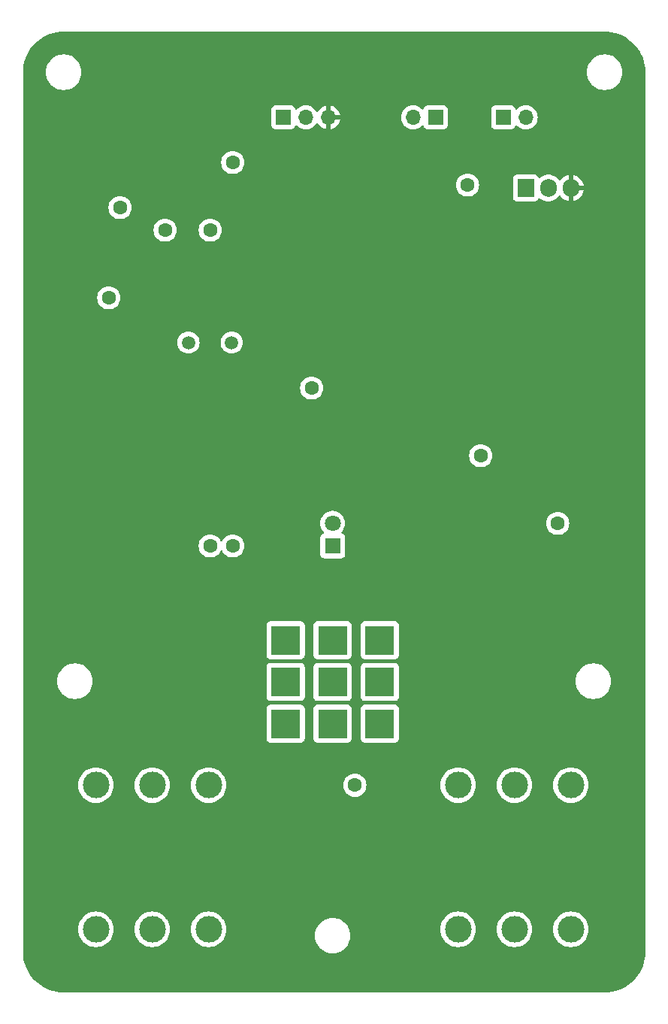
<source format=gbr>
%TF.GenerationSoftware,KiCad,Pcbnew,7.0.8*%
%TF.CreationDate,2023-11-14T18:00:56-08:00*%
%TF.ProjectId,guitar_pedal_4layer,67756974-6172-45f7-9065-64616c5f346c,rev?*%
%TF.SameCoordinates,Original*%
%TF.FileFunction,Copper,L3,Inr*%
%TF.FilePolarity,Positive*%
%FSLAX46Y46*%
G04 Gerber Fmt 4.6, Leading zero omitted, Abs format (unit mm)*
G04 Created by KiCad (PCBNEW 7.0.8) date 2023-11-14 18:00:56*
%MOMM*%
%LPD*%
G01*
G04 APERTURE LIST*
%TA.AperFunction,ComponentPad*%
%ADD10R,1.905000X2.000000*%
%TD*%
%TA.AperFunction,ComponentPad*%
%ADD11O,1.905000X2.000000*%
%TD*%
%TA.AperFunction,ComponentPad*%
%ADD12R,1.800000X1.800000*%
%TD*%
%TA.AperFunction,ComponentPad*%
%ADD13C,1.800000*%
%TD*%
%TA.AperFunction,ComponentPad*%
%ADD14C,3.000000*%
%TD*%
%TA.AperFunction,ComponentPad*%
%ADD15C,1.500000*%
%TD*%
%TA.AperFunction,ComponentPad*%
%ADD16R,1.700000X1.700000*%
%TD*%
%TA.AperFunction,ComponentPad*%
%ADD17O,1.700000X1.700000*%
%TD*%
%TA.AperFunction,ComponentPad*%
%ADD18R,3.302000X3.302000*%
%TD*%
%TA.AperFunction,ViaPad*%
%ADD19C,1.600000*%
%TD*%
G04 APERTURE END LIST*
D10*
%TO.N,Net-(SW1-B)*%
%TO.C,U2*%
X173990000Y-61285000D03*
D11*
%TO.N,GND*%
X176530000Y-61285000D03*
%TO.N,+5V*%
X179070000Y-61285000D03*
%TD*%
D12*
%TO.N,Net-(D2-K)*%
%TO.C,D2*%
X152230000Y-101600000D03*
D13*
%TO.N,Net-(D2-A)*%
X152230000Y-99060000D03*
%TD*%
D14*
%TO.N,GND*%
%TO.C,J2*%
X172720000Y-144780000D03*
%TO.N,unconnected-(J2-PadRN)*%
X172720000Y-128550000D03*
%TO.N,GND*%
X166370000Y-144780000D03*
%TO.N,unconnected-(J2-PadSN)*%
X166370000Y-128550000D03*
%TO.N,Net-(SW2-C2)*%
X179070000Y-144780000D03*
%TO.N,unconnected-(J2-PadTN)*%
X179070000Y-128550000D03*
%TD*%
D15*
%TO.N,Net-(U1-XTAL2)*%
%TO.C,Y1*%
X135980000Y-78700000D03*
%TO.N,Net-(U1-XTAL1)*%
X140860000Y-78700000D03*
%TD*%
D16*
%TO.N,GND*%
%TO.C,RV1*%
X146670000Y-53340000D03*
D17*
%TO.N,PA1*%
X149210000Y-53340000D03*
%TO.N,+5V*%
X151750000Y-53340000D03*
%TD*%
D16*
%TO.N,+9V*%
%TO.C,BT1*%
X163830000Y-53340000D03*
D17*
%TO.N,GND*%
X161290000Y-53340000D03*
%TD*%
D18*
%TO.N,FX In*%
%TO.C,SW2*%
X146930000Y-112225000D03*
%TO.N,Net-(D2-K)*%
X152230000Y-112225000D03*
%TO.N,FX Out*%
X157530000Y-112225000D03*
%TO.N,Net-(SW2-A2)*%
X146930000Y-116925000D03*
%TO.N,GND*%
X152230000Y-116925000D03*
%TO.N,Net-(SW2-C2)*%
X157530000Y-116925000D03*
%TO.N,Net-(SW2-A3)*%
X146930000Y-121625000D03*
%TO.N,unconnected-(SW2-B3-Pad8)*%
X152230000Y-121625000D03*
%TO.N,Net-(SW2-A3)*%
X157530000Y-121625000D03*
%TD*%
D16*
%TO.N,+9V*%
%TO.C,SW1*%
X171450000Y-53340000D03*
D17*
%TO.N,Net-(SW1-B)*%
X173990000Y-53340000D03*
%TD*%
D14*
%TO.N,GND*%
%TO.C,J1*%
X131900000Y-128550000D03*
%TO.N,unconnected-(J1-PadRN)*%
X131900000Y-144780000D03*
%TO.N,GND*%
X138250000Y-128550000D03*
%TO.N,unconnected-(J1-PadSN)*%
X138250000Y-144780000D03*
%TO.N,Net-(SW2-A2)*%
X125550000Y-128550000D03*
%TO.N,unconnected-(J1-PadTN)*%
X125550000Y-144780000D03*
%TD*%
D19*
%TO.N,GND*%
X154735000Y-128550000D03*
X167435000Y-60960000D03*
X149860000Y-83820000D03*
X138430000Y-66040000D03*
X177595000Y-99060000D03*
X138430000Y-101600000D03*
X127000000Y-73660000D03*
X168910000Y-91440000D03*
%TO.N,+5V*%
X172515000Y-91440000D03*
X139495000Y-86360000D03*
X157275000Y-106680000D03*
X154735000Y-78740000D03*
%TO.N,Net-(J3-SCK)*%
X128270000Y-63500000D03*
X133350000Y-66040000D03*
%TO.N,PA0*%
X140970000Y-101600000D03*
X140970000Y-58420000D03*
%TD*%
%TA.AperFunction,Conductor*%
%TO.N,+5V*%
G36*
X182897532Y-43681265D02*
G01*
X183276447Y-43697808D01*
X183281799Y-43698277D01*
X183672543Y-43749720D01*
X183677859Y-43750658D01*
X184062619Y-43835957D01*
X184067830Y-43837352D01*
X184443704Y-43955865D01*
X184448761Y-43957705D01*
X184812889Y-44108531D01*
X184817767Y-44110805D01*
X185167350Y-44292787D01*
X185172028Y-44295489D01*
X185504412Y-44507240D01*
X185508845Y-44510344D01*
X185821500Y-44750252D01*
X185825645Y-44753731D01*
X186116199Y-45019974D01*
X186120025Y-45023800D01*
X186386268Y-45314354D01*
X186389747Y-45318499D01*
X186629655Y-45631154D01*
X186632759Y-45635587D01*
X186844510Y-45967971D01*
X186847216Y-45972657D01*
X187004504Y-46274804D01*
X187029185Y-46322214D01*
X187031472Y-46327119D01*
X187182289Y-46691225D01*
X187184135Y-46696299D01*
X187302642Y-47072153D01*
X187304042Y-47077380D01*
X187389341Y-47462140D01*
X187390281Y-47467469D01*
X187441720Y-47858182D01*
X187442192Y-47863573D01*
X187459500Y-48260000D01*
X187459500Y-147320000D01*
X187442192Y-147716426D01*
X187441720Y-147721817D01*
X187390281Y-148112530D01*
X187389341Y-148117859D01*
X187304042Y-148502619D01*
X187302642Y-148507846D01*
X187184135Y-148883700D01*
X187182285Y-148888785D01*
X187031472Y-149252880D01*
X187029185Y-149257785D01*
X186847216Y-149607342D01*
X186844510Y-149612028D01*
X186632759Y-149944412D01*
X186629655Y-149948845D01*
X186389747Y-150261500D01*
X186386268Y-150265645D01*
X186120025Y-150556199D01*
X186116199Y-150560025D01*
X185825645Y-150826268D01*
X185821500Y-150829747D01*
X185508845Y-151069655D01*
X185504412Y-151072759D01*
X185172028Y-151284510D01*
X185167342Y-151287216D01*
X184817785Y-151469185D01*
X184812880Y-151471472D01*
X184448785Y-151622285D01*
X184443700Y-151624135D01*
X184067846Y-151742642D01*
X184062619Y-151744042D01*
X183677859Y-151829341D01*
X183672530Y-151830281D01*
X183281817Y-151881720D01*
X183276426Y-151882192D01*
X182880000Y-151899500D01*
X121920000Y-151899500D01*
X121523573Y-151882192D01*
X121518182Y-151881720D01*
X121127469Y-151830281D01*
X121122140Y-151829341D01*
X120737380Y-151744042D01*
X120732153Y-151742642D01*
X120356299Y-151624135D01*
X120351225Y-151622289D01*
X119987119Y-151471472D01*
X119982222Y-151469189D01*
X119632657Y-151287216D01*
X119627971Y-151284510D01*
X119295587Y-151072759D01*
X119291154Y-151069655D01*
X118978499Y-150829747D01*
X118974354Y-150826268D01*
X118683800Y-150560025D01*
X118679974Y-150556199D01*
X118413731Y-150265645D01*
X118410252Y-150261500D01*
X118170344Y-149948845D01*
X118167240Y-149944412D01*
X117955489Y-149612028D01*
X117952783Y-149607342D01*
X117770805Y-149257767D01*
X117768527Y-149252880D01*
X117617705Y-148888761D01*
X117615864Y-148883700D01*
X117600806Y-148835942D01*
X117497352Y-148507830D01*
X117495957Y-148502619D01*
X117410658Y-148117859D01*
X117409720Y-148112543D01*
X117358277Y-147721799D01*
X117357808Y-147716447D01*
X117340500Y-147320000D01*
X117340500Y-147254108D01*
X117340500Y-144780001D01*
X123544390Y-144780001D01*
X123564804Y-145065433D01*
X123625628Y-145345037D01*
X123725635Y-145613166D01*
X123862770Y-145864309D01*
X123862775Y-145864317D01*
X124034254Y-146093387D01*
X124034270Y-146093405D01*
X124236594Y-146295729D01*
X124236612Y-146295745D01*
X124465682Y-146467224D01*
X124465690Y-146467229D01*
X124716833Y-146604364D01*
X124716832Y-146604364D01*
X124716836Y-146604365D01*
X124716839Y-146604367D01*
X124984954Y-146704369D01*
X124984960Y-146704370D01*
X124984962Y-146704371D01*
X125264566Y-146765195D01*
X125264568Y-146765195D01*
X125264572Y-146765196D01*
X125518220Y-146783337D01*
X125549999Y-146785610D01*
X125550000Y-146785610D01*
X125550001Y-146785610D01*
X125578595Y-146783564D01*
X125835428Y-146765196D01*
X126115046Y-146704369D01*
X126383161Y-146604367D01*
X126634315Y-146467226D01*
X126863395Y-146295739D01*
X127065739Y-146093395D01*
X127237226Y-145864315D01*
X127374367Y-145613161D01*
X127474369Y-145345046D01*
X127535196Y-145065428D01*
X127555610Y-144780001D01*
X129894390Y-144780001D01*
X129914804Y-145065433D01*
X129975628Y-145345037D01*
X130075635Y-145613166D01*
X130212770Y-145864309D01*
X130212775Y-145864317D01*
X130384254Y-146093387D01*
X130384270Y-146093405D01*
X130586594Y-146295729D01*
X130586612Y-146295745D01*
X130815682Y-146467224D01*
X130815690Y-146467229D01*
X131066833Y-146604364D01*
X131066832Y-146604364D01*
X131066836Y-146604365D01*
X131066839Y-146604367D01*
X131334954Y-146704369D01*
X131334960Y-146704370D01*
X131334962Y-146704371D01*
X131614566Y-146765195D01*
X131614568Y-146765195D01*
X131614572Y-146765196D01*
X131868220Y-146783337D01*
X131899999Y-146785610D01*
X131900000Y-146785610D01*
X131900001Y-146785610D01*
X131928595Y-146783564D01*
X132185428Y-146765196D01*
X132465046Y-146704369D01*
X132733161Y-146604367D01*
X132984315Y-146467226D01*
X133213395Y-146295739D01*
X133415739Y-146093395D01*
X133587226Y-145864315D01*
X133724367Y-145613161D01*
X133824369Y-145345046D01*
X133885196Y-145065428D01*
X133905610Y-144780001D01*
X136244390Y-144780001D01*
X136264804Y-145065433D01*
X136325628Y-145345037D01*
X136425635Y-145613166D01*
X136562770Y-145864309D01*
X136562775Y-145864317D01*
X136734254Y-146093387D01*
X136734270Y-146093405D01*
X136936594Y-146295729D01*
X136936612Y-146295745D01*
X137165682Y-146467224D01*
X137165690Y-146467229D01*
X137416833Y-146604364D01*
X137416832Y-146604364D01*
X137416836Y-146604365D01*
X137416839Y-146604367D01*
X137684954Y-146704369D01*
X137684960Y-146704370D01*
X137684962Y-146704371D01*
X137964566Y-146765195D01*
X137964568Y-146765195D01*
X137964572Y-146765196D01*
X138218220Y-146783337D01*
X138249999Y-146785610D01*
X138250000Y-146785610D01*
X138250001Y-146785610D01*
X138278595Y-146783564D01*
X138535428Y-146765196D01*
X138815046Y-146704369D01*
X139083161Y-146604367D01*
X139334315Y-146467226D01*
X139563395Y-146295739D01*
X139765739Y-146093395D01*
X139937226Y-145864315D01*
X140074367Y-145613161D01*
X140118406Y-145495088D01*
X150224390Y-145495088D01*
X150244804Y-145780520D01*
X150305628Y-146060124D01*
X150405635Y-146328253D01*
X150542770Y-146579396D01*
X150542775Y-146579404D01*
X150714254Y-146808474D01*
X150714270Y-146808492D01*
X150916594Y-147010816D01*
X150916612Y-147010832D01*
X151145682Y-147182311D01*
X151145690Y-147182316D01*
X151396833Y-147319451D01*
X151396832Y-147319451D01*
X151396836Y-147319452D01*
X151396839Y-147319454D01*
X151664954Y-147419456D01*
X151664960Y-147419457D01*
X151664962Y-147419458D01*
X151944566Y-147480282D01*
X151944568Y-147480282D01*
X151944572Y-147480283D01*
X152158552Y-147495587D01*
X152301448Y-147495587D01*
X152515428Y-147480283D01*
X152795046Y-147419456D01*
X153063161Y-147319454D01*
X153314315Y-147182313D01*
X153543395Y-147010826D01*
X153745739Y-146808482D01*
X153917226Y-146579402D01*
X154054367Y-146328248D01*
X154154369Y-146060133D01*
X154196966Y-145864317D01*
X154215195Y-145780520D01*
X154215195Y-145780519D01*
X154215196Y-145780515D01*
X154235610Y-145495087D01*
X154215196Y-145209659D01*
X154154369Y-144930041D01*
X154098407Y-144780001D01*
X164364390Y-144780001D01*
X164384804Y-145065433D01*
X164445628Y-145345037D01*
X164545635Y-145613166D01*
X164682770Y-145864309D01*
X164682775Y-145864317D01*
X164854254Y-146093387D01*
X164854270Y-146093405D01*
X165056594Y-146295729D01*
X165056612Y-146295745D01*
X165285682Y-146467224D01*
X165285690Y-146467229D01*
X165536833Y-146604364D01*
X165536832Y-146604364D01*
X165536836Y-146604365D01*
X165536839Y-146604367D01*
X165804954Y-146704369D01*
X165804960Y-146704370D01*
X165804962Y-146704371D01*
X166084566Y-146765195D01*
X166084568Y-146765195D01*
X166084572Y-146765196D01*
X166338220Y-146783337D01*
X166369999Y-146785610D01*
X166370000Y-146785610D01*
X166370001Y-146785610D01*
X166398595Y-146783564D01*
X166655428Y-146765196D01*
X166935046Y-146704369D01*
X167203161Y-146604367D01*
X167454315Y-146467226D01*
X167683395Y-146295739D01*
X167885739Y-146093395D01*
X168057226Y-145864315D01*
X168194367Y-145613161D01*
X168294369Y-145345046D01*
X168355196Y-145065428D01*
X168375610Y-144780001D01*
X170714390Y-144780001D01*
X170734804Y-145065433D01*
X170795628Y-145345037D01*
X170895635Y-145613166D01*
X171032770Y-145864309D01*
X171032775Y-145864317D01*
X171204254Y-146093387D01*
X171204270Y-146093405D01*
X171406594Y-146295729D01*
X171406612Y-146295745D01*
X171635682Y-146467224D01*
X171635690Y-146467229D01*
X171886833Y-146604364D01*
X171886832Y-146604364D01*
X171886836Y-146604365D01*
X171886839Y-146604367D01*
X172154954Y-146704369D01*
X172154960Y-146704370D01*
X172154962Y-146704371D01*
X172434566Y-146765195D01*
X172434568Y-146765195D01*
X172434572Y-146765196D01*
X172688220Y-146783337D01*
X172719999Y-146785610D01*
X172720000Y-146785610D01*
X172720001Y-146785610D01*
X172748595Y-146783564D01*
X173005428Y-146765196D01*
X173285046Y-146704369D01*
X173553161Y-146604367D01*
X173804315Y-146467226D01*
X174033395Y-146295739D01*
X174235739Y-146093395D01*
X174407226Y-145864315D01*
X174544367Y-145613161D01*
X174644369Y-145345046D01*
X174705196Y-145065428D01*
X174725610Y-144780001D01*
X177064390Y-144780001D01*
X177084804Y-145065433D01*
X177145628Y-145345037D01*
X177245635Y-145613166D01*
X177382770Y-145864309D01*
X177382775Y-145864317D01*
X177554254Y-146093387D01*
X177554270Y-146093405D01*
X177756594Y-146295729D01*
X177756612Y-146295745D01*
X177985682Y-146467224D01*
X177985690Y-146467229D01*
X178236833Y-146604364D01*
X178236832Y-146604364D01*
X178236836Y-146604365D01*
X178236839Y-146604367D01*
X178504954Y-146704369D01*
X178504960Y-146704370D01*
X178504962Y-146704371D01*
X178784566Y-146765195D01*
X178784568Y-146765195D01*
X178784572Y-146765196D01*
X179038220Y-146783337D01*
X179069999Y-146785610D01*
X179070000Y-146785610D01*
X179070001Y-146785610D01*
X179098595Y-146783564D01*
X179355428Y-146765196D01*
X179635046Y-146704369D01*
X179903161Y-146604367D01*
X180154315Y-146467226D01*
X180383395Y-146295739D01*
X180585739Y-146093395D01*
X180757226Y-145864315D01*
X180894367Y-145613161D01*
X180994369Y-145345046D01*
X181055196Y-145065428D01*
X181075610Y-144780000D01*
X181055196Y-144494572D01*
X181036966Y-144410772D01*
X180994371Y-144214962D01*
X180994370Y-144214960D01*
X180994369Y-144214954D01*
X180894367Y-143946839D01*
X180757226Y-143695685D01*
X180738539Y-143670722D01*
X180585745Y-143466612D01*
X180585729Y-143466594D01*
X180383405Y-143264270D01*
X180383387Y-143264254D01*
X180154317Y-143092775D01*
X180154309Y-143092770D01*
X179903166Y-142955635D01*
X179903167Y-142955635D01*
X179795915Y-142915632D01*
X179635046Y-142855631D01*
X179635043Y-142855630D01*
X179635037Y-142855628D01*
X179355433Y-142794804D01*
X179070001Y-142774390D01*
X179069999Y-142774390D01*
X178784566Y-142794804D01*
X178504962Y-142855628D01*
X178236833Y-142955635D01*
X177985690Y-143092770D01*
X177985682Y-143092775D01*
X177756612Y-143264254D01*
X177756594Y-143264270D01*
X177554270Y-143466594D01*
X177554254Y-143466612D01*
X177382775Y-143695682D01*
X177382770Y-143695690D01*
X177245635Y-143946833D01*
X177145628Y-144214962D01*
X177084804Y-144494566D01*
X177064390Y-144779998D01*
X177064390Y-144780001D01*
X174725610Y-144780001D01*
X174725610Y-144780000D01*
X174705196Y-144494572D01*
X174686966Y-144410772D01*
X174644371Y-144214962D01*
X174644370Y-144214960D01*
X174644369Y-144214954D01*
X174544367Y-143946839D01*
X174407226Y-143695685D01*
X174388539Y-143670722D01*
X174235745Y-143466612D01*
X174235729Y-143466594D01*
X174033405Y-143264270D01*
X174033387Y-143264254D01*
X173804317Y-143092775D01*
X173804309Y-143092770D01*
X173553166Y-142955635D01*
X173553167Y-142955635D01*
X173445915Y-142915632D01*
X173285046Y-142855631D01*
X173285043Y-142855630D01*
X173285037Y-142855628D01*
X173005433Y-142794804D01*
X172720001Y-142774390D01*
X172719999Y-142774390D01*
X172434566Y-142794804D01*
X172154962Y-142855628D01*
X171886833Y-142955635D01*
X171635690Y-143092770D01*
X171635682Y-143092775D01*
X171406612Y-143264254D01*
X171406594Y-143264270D01*
X171204270Y-143466594D01*
X171204254Y-143466612D01*
X171032775Y-143695682D01*
X171032770Y-143695690D01*
X170895635Y-143946833D01*
X170795628Y-144214962D01*
X170734804Y-144494566D01*
X170714390Y-144779998D01*
X170714390Y-144780001D01*
X168375610Y-144780001D01*
X168375610Y-144780000D01*
X168355196Y-144494572D01*
X168336966Y-144410772D01*
X168294371Y-144214962D01*
X168294370Y-144214960D01*
X168294369Y-144214954D01*
X168194367Y-143946839D01*
X168057226Y-143695685D01*
X168038539Y-143670722D01*
X167885745Y-143466612D01*
X167885729Y-143466594D01*
X167683405Y-143264270D01*
X167683387Y-143264254D01*
X167454317Y-143092775D01*
X167454309Y-143092770D01*
X167203166Y-142955635D01*
X167203167Y-142955635D01*
X167095915Y-142915632D01*
X166935046Y-142855631D01*
X166935043Y-142855630D01*
X166935037Y-142855628D01*
X166655433Y-142794804D01*
X166370001Y-142774390D01*
X166369999Y-142774390D01*
X166084566Y-142794804D01*
X165804962Y-142855628D01*
X165536833Y-142955635D01*
X165285690Y-143092770D01*
X165285682Y-143092775D01*
X165056612Y-143264254D01*
X165056594Y-143264270D01*
X164854270Y-143466594D01*
X164854254Y-143466612D01*
X164682775Y-143695682D01*
X164682770Y-143695690D01*
X164545635Y-143946833D01*
X164445628Y-144214962D01*
X164384804Y-144494566D01*
X164364390Y-144779998D01*
X164364390Y-144780001D01*
X154098407Y-144780001D01*
X154054367Y-144661926D01*
X153962984Y-144494572D01*
X153917229Y-144410777D01*
X153917224Y-144410769D01*
X153745745Y-144181699D01*
X153745729Y-144181681D01*
X153543405Y-143979357D01*
X153543387Y-143979341D01*
X153314317Y-143807862D01*
X153314309Y-143807857D01*
X153063166Y-143670722D01*
X153063167Y-143670722D01*
X152955915Y-143630719D01*
X152795046Y-143570718D01*
X152795043Y-143570717D01*
X152795037Y-143570715D01*
X152515433Y-143509891D01*
X152301448Y-143494587D01*
X152158552Y-143494587D01*
X151944566Y-143509891D01*
X151664962Y-143570715D01*
X151396833Y-143670722D01*
X151145690Y-143807857D01*
X151145682Y-143807862D01*
X150916612Y-143979341D01*
X150916594Y-143979357D01*
X150714270Y-144181681D01*
X150714254Y-144181699D01*
X150542775Y-144410769D01*
X150542770Y-144410777D01*
X150405635Y-144661920D01*
X150305628Y-144930049D01*
X150244804Y-145209653D01*
X150224390Y-145495085D01*
X150224390Y-145495088D01*
X140118406Y-145495088D01*
X140174369Y-145345046D01*
X140235196Y-145065428D01*
X140255610Y-144780000D01*
X140235196Y-144494572D01*
X140216966Y-144410772D01*
X140174371Y-144214962D01*
X140174370Y-144214960D01*
X140174369Y-144214954D01*
X140074367Y-143946839D01*
X139937226Y-143695685D01*
X139918539Y-143670722D01*
X139765745Y-143466612D01*
X139765729Y-143466594D01*
X139563405Y-143264270D01*
X139563387Y-143264254D01*
X139334317Y-143092775D01*
X139334309Y-143092770D01*
X139083166Y-142955635D01*
X139083167Y-142955635D01*
X138975915Y-142915632D01*
X138815046Y-142855631D01*
X138815043Y-142855630D01*
X138815037Y-142855628D01*
X138535433Y-142794804D01*
X138250001Y-142774390D01*
X138249999Y-142774390D01*
X137964566Y-142794804D01*
X137684962Y-142855628D01*
X137416833Y-142955635D01*
X137165690Y-143092770D01*
X137165682Y-143092775D01*
X136936612Y-143264254D01*
X136936594Y-143264270D01*
X136734270Y-143466594D01*
X136734254Y-143466612D01*
X136562775Y-143695682D01*
X136562770Y-143695690D01*
X136425635Y-143946833D01*
X136325628Y-144214962D01*
X136264804Y-144494566D01*
X136244390Y-144779998D01*
X136244390Y-144780001D01*
X133905610Y-144780001D01*
X133905610Y-144780000D01*
X133885196Y-144494572D01*
X133866966Y-144410772D01*
X133824371Y-144214962D01*
X133824370Y-144214960D01*
X133824369Y-144214954D01*
X133724367Y-143946839D01*
X133587226Y-143695685D01*
X133568539Y-143670722D01*
X133415745Y-143466612D01*
X133415729Y-143466594D01*
X133213405Y-143264270D01*
X133213387Y-143264254D01*
X132984317Y-143092775D01*
X132984309Y-143092770D01*
X132733166Y-142955635D01*
X132733167Y-142955635D01*
X132625915Y-142915632D01*
X132465046Y-142855631D01*
X132465043Y-142855630D01*
X132465037Y-142855628D01*
X132185433Y-142794804D01*
X131900001Y-142774390D01*
X131899999Y-142774390D01*
X131614566Y-142794804D01*
X131334962Y-142855628D01*
X131066833Y-142955635D01*
X130815690Y-143092770D01*
X130815682Y-143092775D01*
X130586612Y-143264254D01*
X130586594Y-143264270D01*
X130384270Y-143466594D01*
X130384254Y-143466612D01*
X130212775Y-143695682D01*
X130212770Y-143695690D01*
X130075635Y-143946833D01*
X129975628Y-144214962D01*
X129914804Y-144494566D01*
X129894390Y-144779998D01*
X129894390Y-144780001D01*
X127555610Y-144780001D01*
X127555610Y-144780000D01*
X127535196Y-144494572D01*
X127516966Y-144410772D01*
X127474371Y-144214962D01*
X127474370Y-144214960D01*
X127474369Y-144214954D01*
X127374367Y-143946839D01*
X127237226Y-143695685D01*
X127218539Y-143670722D01*
X127065745Y-143466612D01*
X127065729Y-143466594D01*
X126863405Y-143264270D01*
X126863387Y-143264254D01*
X126634317Y-143092775D01*
X126634309Y-143092770D01*
X126383166Y-142955635D01*
X126383167Y-142955635D01*
X126275915Y-142915632D01*
X126115046Y-142855631D01*
X126115043Y-142855630D01*
X126115037Y-142855628D01*
X125835433Y-142794804D01*
X125550001Y-142774390D01*
X125549999Y-142774390D01*
X125264566Y-142794804D01*
X124984962Y-142855628D01*
X124716833Y-142955635D01*
X124465690Y-143092770D01*
X124465682Y-143092775D01*
X124236612Y-143264254D01*
X124236594Y-143264270D01*
X124034270Y-143466594D01*
X124034254Y-143466612D01*
X123862775Y-143695682D01*
X123862770Y-143695690D01*
X123725635Y-143946833D01*
X123625628Y-144214962D01*
X123564804Y-144494566D01*
X123544390Y-144779998D01*
X123544390Y-144780001D01*
X117340500Y-144780001D01*
X117340500Y-128550001D01*
X123544390Y-128550001D01*
X123564804Y-128835433D01*
X123625628Y-129115037D01*
X123625630Y-129115043D01*
X123625631Y-129115046D01*
X123658337Y-129202734D01*
X123725635Y-129383166D01*
X123862770Y-129634309D01*
X123862775Y-129634317D01*
X124034254Y-129863387D01*
X124034270Y-129863405D01*
X124236594Y-130065729D01*
X124236612Y-130065745D01*
X124465682Y-130237224D01*
X124465690Y-130237229D01*
X124716833Y-130374364D01*
X124716832Y-130374364D01*
X124716836Y-130374365D01*
X124716839Y-130374367D01*
X124984954Y-130474369D01*
X124984960Y-130474370D01*
X124984962Y-130474371D01*
X125264566Y-130535195D01*
X125264568Y-130535195D01*
X125264572Y-130535196D01*
X125518220Y-130553337D01*
X125549999Y-130555610D01*
X125550000Y-130555610D01*
X125550001Y-130555610D01*
X125578595Y-130553564D01*
X125835428Y-130535196D01*
X126115046Y-130474369D01*
X126383161Y-130374367D01*
X126634315Y-130237226D01*
X126863395Y-130065739D01*
X127065739Y-129863395D01*
X127237226Y-129634315D01*
X127374367Y-129383161D01*
X127474369Y-129115046D01*
X127535196Y-128835428D01*
X127555610Y-128550001D01*
X129894390Y-128550001D01*
X129914804Y-128835433D01*
X129975628Y-129115037D01*
X129975630Y-129115043D01*
X129975631Y-129115046D01*
X130008337Y-129202734D01*
X130075635Y-129383166D01*
X130212770Y-129634309D01*
X130212775Y-129634317D01*
X130384254Y-129863387D01*
X130384270Y-129863405D01*
X130586594Y-130065729D01*
X130586612Y-130065745D01*
X130815682Y-130237224D01*
X130815690Y-130237229D01*
X131066833Y-130374364D01*
X131066832Y-130374364D01*
X131066836Y-130374365D01*
X131066839Y-130374367D01*
X131334954Y-130474369D01*
X131334960Y-130474370D01*
X131334962Y-130474371D01*
X131614566Y-130535195D01*
X131614568Y-130535195D01*
X131614572Y-130535196D01*
X131868220Y-130553337D01*
X131899999Y-130555610D01*
X131900000Y-130555610D01*
X131900001Y-130555610D01*
X131928595Y-130553564D01*
X132185428Y-130535196D01*
X132465046Y-130474369D01*
X132733161Y-130374367D01*
X132984315Y-130237226D01*
X133213395Y-130065739D01*
X133415739Y-129863395D01*
X133587226Y-129634315D01*
X133724367Y-129383161D01*
X133824369Y-129115046D01*
X133885196Y-128835428D01*
X133905610Y-128550001D01*
X136244390Y-128550001D01*
X136264804Y-128835433D01*
X136325628Y-129115037D01*
X136325630Y-129115043D01*
X136325631Y-129115046D01*
X136358337Y-129202734D01*
X136425635Y-129383166D01*
X136562770Y-129634309D01*
X136562775Y-129634317D01*
X136734254Y-129863387D01*
X136734270Y-129863405D01*
X136936594Y-130065729D01*
X136936612Y-130065745D01*
X137165682Y-130237224D01*
X137165690Y-130237229D01*
X137416833Y-130374364D01*
X137416832Y-130374364D01*
X137416836Y-130374365D01*
X137416839Y-130374367D01*
X137684954Y-130474369D01*
X137684960Y-130474370D01*
X137684962Y-130474371D01*
X137964566Y-130535195D01*
X137964568Y-130535195D01*
X137964572Y-130535196D01*
X138218220Y-130553337D01*
X138249999Y-130555610D01*
X138250000Y-130555610D01*
X138250001Y-130555610D01*
X138278595Y-130553564D01*
X138535428Y-130535196D01*
X138815046Y-130474369D01*
X139083161Y-130374367D01*
X139334315Y-130237226D01*
X139563395Y-130065739D01*
X139765739Y-129863395D01*
X139937226Y-129634315D01*
X140074367Y-129383161D01*
X140174369Y-129115046D01*
X140235196Y-128835428D01*
X140255610Y-128550001D01*
X153429532Y-128550001D01*
X153449364Y-128776686D01*
X153449366Y-128776697D01*
X153508258Y-128996488D01*
X153508261Y-128996497D01*
X153604431Y-129202732D01*
X153604432Y-129202734D01*
X153734954Y-129389141D01*
X153895858Y-129550045D01*
X153895861Y-129550047D01*
X154082266Y-129680568D01*
X154288504Y-129776739D01*
X154508308Y-129835635D01*
X154670230Y-129849801D01*
X154734998Y-129855468D01*
X154735000Y-129855468D01*
X154735002Y-129855468D01*
X154791673Y-129850509D01*
X154961692Y-129835635D01*
X155181496Y-129776739D01*
X155387734Y-129680568D01*
X155574139Y-129550047D01*
X155735047Y-129389139D01*
X155865568Y-129202734D01*
X155961739Y-128996496D01*
X156020635Y-128776692D01*
X156040468Y-128550001D01*
X164364390Y-128550001D01*
X164384804Y-128835433D01*
X164445628Y-129115037D01*
X164445630Y-129115043D01*
X164445631Y-129115046D01*
X164478337Y-129202734D01*
X164545635Y-129383166D01*
X164682770Y-129634309D01*
X164682775Y-129634317D01*
X164854254Y-129863387D01*
X164854270Y-129863405D01*
X165056594Y-130065729D01*
X165056612Y-130065745D01*
X165285682Y-130237224D01*
X165285690Y-130237229D01*
X165536833Y-130374364D01*
X165536832Y-130374364D01*
X165536836Y-130374365D01*
X165536839Y-130374367D01*
X165804954Y-130474369D01*
X165804960Y-130474370D01*
X165804962Y-130474371D01*
X166084566Y-130535195D01*
X166084568Y-130535195D01*
X166084572Y-130535196D01*
X166338220Y-130553337D01*
X166369999Y-130555610D01*
X166370000Y-130555610D01*
X166370001Y-130555610D01*
X166398595Y-130553564D01*
X166655428Y-130535196D01*
X166935046Y-130474369D01*
X167203161Y-130374367D01*
X167454315Y-130237226D01*
X167683395Y-130065739D01*
X167885739Y-129863395D01*
X168057226Y-129634315D01*
X168194367Y-129383161D01*
X168294369Y-129115046D01*
X168355196Y-128835428D01*
X168375610Y-128550001D01*
X170714390Y-128550001D01*
X170734804Y-128835433D01*
X170795628Y-129115037D01*
X170795630Y-129115043D01*
X170795631Y-129115046D01*
X170828337Y-129202734D01*
X170895635Y-129383166D01*
X171032770Y-129634309D01*
X171032775Y-129634317D01*
X171204254Y-129863387D01*
X171204270Y-129863405D01*
X171406594Y-130065729D01*
X171406612Y-130065745D01*
X171635682Y-130237224D01*
X171635690Y-130237229D01*
X171886833Y-130374364D01*
X171886832Y-130374364D01*
X171886836Y-130374365D01*
X171886839Y-130374367D01*
X172154954Y-130474369D01*
X172154960Y-130474370D01*
X172154962Y-130474371D01*
X172434566Y-130535195D01*
X172434568Y-130535195D01*
X172434572Y-130535196D01*
X172688220Y-130553337D01*
X172719999Y-130555610D01*
X172720000Y-130555610D01*
X172720001Y-130555610D01*
X172748595Y-130553564D01*
X173005428Y-130535196D01*
X173285046Y-130474369D01*
X173553161Y-130374367D01*
X173804315Y-130237226D01*
X174033395Y-130065739D01*
X174235739Y-129863395D01*
X174407226Y-129634315D01*
X174544367Y-129383161D01*
X174644369Y-129115046D01*
X174705196Y-128835428D01*
X174725610Y-128550001D01*
X177064390Y-128550001D01*
X177084804Y-128835433D01*
X177145628Y-129115037D01*
X177145630Y-129115043D01*
X177145631Y-129115046D01*
X177178337Y-129202734D01*
X177245635Y-129383166D01*
X177382770Y-129634309D01*
X177382775Y-129634317D01*
X177554254Y-129863387D01*
X177554270Y-129863405D01*
X177756594Y-130065729D01*
X177756612Y-130065745D01*
X177985682Y-130237224D01*
X177985690Y-130237229D01*
X178236833Y-130374364D01*
X178236832Y-130374364D01*
X178236836Y-130374365D01*
X178236839Y-130374367D01*
X178504954Y-130474369D01*
X178504960Y-130474370D01*
X178504962Y-130474371D01*
X178784566Y-130535195D01*
X178784568Y-130535195D01*
X178784572Y-130535196D01*
X179038220Y-130553337D01*
X179069999Y-130555610D01*
X179070000Y-130555610D01*
X179070001Y-130555610D01*
X179098595Y-130553564D01*
X179355428Y-130535196D01*
X179635046Y-130474369D01*
X179903161Y-130374367D01*
X180154315Y-130237226D01*
X180383395Y-130065739D01*
X180585739Y-129863395D01*
X180757226Y-129634315D01*
X180894367Y-129383161D01*
X180994369Y-129115046D01*
X181055196Y-128835428D01*
X181075610Y-128550000D01*
X181055196Y-128264572D01*
X181020159Y-128103511D01*
X180994371Y-127984962D01*
X180994370Y-127984960D01*
X180994369Y-127984954D01*
X180894367Y-127716839D01*
X180757226Y-127465685D01*
X180757224Y-127465682D01*
X180585745Y-127236612D01*
X180585729Y-127236594D01*
X180383405Y-127034270D01*
X180383387Y-127034254D01*
X180154317Y-126862775D01*
X180154309Y-126862770D01*
X179903166Y-126725635D01*
X179903167Y-126725635D01*
X179795915Y-126685632D01*
X179635046Y-126625631D01*
X179635043Y-126625630D01*
X179635037Y-126625628D01*
X179355433Y-126564804D01*
X179070001Y-126544390D01*
X179069999Y-126544390D01*
X178784566Y-126564804D01*
X178504962Y-126625628D01*
X178236833Y-126725635D01*
X177985690Y-126862770D01*
X177985682Y-126862775D01*
X177756612Y-127034254D01*
X177756594Y-127034270D01*
X177554270Y-127236594D01*
X177554254Y-127236612D01*
X177382775Y-127465682D01*
X177382770Y-127465690D01*
X177245635Y-127716833D01*
X177145628Y-127984962D01*
X177084804Y-128264566D01*
X177064390Y-128549998D01*
X177064390Y-128550001D01*
X174725610Y-128550001D01*
X174725610Y-128550000D01*
X174705196Y-128264572D01*
X174670159Y-128103511D01*
X174644371Y-127984962D01*
X174644370Y-127984960D01*
X174644369Y-127984954D01*
X174544367Y-127716839D01*
X174407226Y-127465685D01*
X174407224Y-127465682D01*
X174235745Y-127236612D01*
X174235729Y-127236594D01*
X174033405Y-127034270D01*
X174033387Y-127034254D01*
X173804317Y-126862775D01*
X173804309Y-126862770D01*
X173553166Y-126725635D01*
X173553167Y-126725635D01*
X173445915Y-126685632D01*
X173285046Y-126625631D01*
X173285043Y-126625630D01*
X173285037Y-126625628D01*
X173005433Y-126564804D01*
X172720001Y-126544390D01*
X172719999Y-126544390D01*
X172434566Y-126564804D01*
X172154962Y-126625628D01*
X171886833Y-126725635D01*
X171635690Y-126862770D01*
X171635682Y-126862775D01*
X171406612Y-127034254D01*
X171406594Y-127034270D01*
X171204270Y-127236594D01*
X171204254Y-127236612D01*
X171032775Y-127465682D01*
X171032770Y-127465690D01*
X170895635Y-127716833D01*
X170795628Y-127984962D01*
X170734804Y-128264566D01*
X170714390Y-128549998D01*
X170714390Y-128550001D01*
X168375610Y-128550001D01*
X168375610Y-128550000D01*
X168355196Y-128264572D01*
X168320159Y-128103511D01*
X168294371Y-127984962D01*
X168294370Y-127984960D01*
X168294369Y-127984954D01*
X168194367Y-127716839D01*
X168057226Y-127465685D01*
X168057224Y-127465682D01*
X167885745Y-127236612D01*
X167885729Y-127236594D01*
X167683405Y-127034270D01*
X167683387Y-127034254D01*
X167454317Y-126862775D01*
X167454309Y-126862770D01*
X167203166Y-126725635D01*
X167203167Y-126725635D01*
X167095915Y-126685632D01*
X166935046Y-126625631D01*
X166935043Y-126625630D01*
X166935037Y-126625628D01*
X166655433Y-126564804D01*
X166370001Y-126544390D01*
X166369999Y-126544390D01*
X166084566Y-126564804D01*
X165804962Y-126625628D01*
X165536833Y-126725635D01*
X165285690Y-126862770D01*
X165285682Y-126862775D01*
X165056612Y-127034254D01*
X165056594Y-127034270D01*
X164854270Y-127236594D01*
X164854254Y-127236612D01*
X164682775Y-127465682D01*
X164682770Y-127465690D01*
X164545635Y-127716833D01*
X164445628Y-127984962D01*
X164384804Y-128264566D01*
X164364390Y-128549998D01*
X164364390Y-128550001D01*
X156040468Y-128550001D01*
X156040468Y-128550000D01*
X156020635Y-128323308D01*
X155961739Y-128103504D01*
X155865568Y-127897266D01*
X155735047Y-127710861D01*
X155735045Y-127710858D01*
X155574141Y-127549954D01*
X155387734Y-127419432D01*
X155387732Y-127419431D01*
X155181497Y-127323261D01*
X155181488Y-127323258D01*
X154961697Y-127264366D01*
X154961693Y-127264365D01*
X154961692Y-127264365D01*
X154961691Y-127264364D01*
X154961686Y-127264364D01*
X154735002Y-127244532D01*
X154734998Y-127244532D01*
X154508313Y-127264364D01*
X154508302Y-127264366D01*
X154288511Y-127323258D01*
X154288502Y-127323261D01*
X154082267Y-127419431D01*
X154082265Y-127419432D01*
X153895858Y-127549954D01*
X153734954Y-127710858D01*
X153604432Y-127897265D01*
X153604431Y-127897267D01*
X153508261Y-128103502D01*
X153508258Y-128103511D01*
X153449366Y-128323302D01*
X153449364Y-128323313D01*
X153429532Y-128549998D01*
X153429532Y-128550001D01*
X140255610Y-128550001D01*
X140255610Y-128550000D01*
X140235196Y-128264572D01*
X140200159Y-128103511D01*
X140174371Y-127984962D01*
X140174370Y-127984960D01*
X140174369Y-127984954D01*
X140074367Y-127716839D01*
X139937226Y-127465685D01*
X139937224Y-127465682D01*
X139765745Y-127236612D01*
X139765729Y-127236594D01*
X139563405Y-127034270D01*
X139563387Y-127034254D01*
X139334317Y-126862775D01*
X139334309Y-126862770D01*
X139083166Y-126725635D01*
X139083167Y-126725635D01*
X138975915Y-126685632D01*
X138815046Y-126625631D01*
X138815043Y-126625630D01*
X138815037Y-126625628D01*
X138535433Y-126564804D01*
X138250001Y-126544390D01*
X138249999Y-126544390D01*
X137964566Y-126564804D01*
X137684962Y-126625628D01*
X137416833Y-126725635D01*
X137165690Y-126862770D01*
X137165682Y-126862775D01*
X136936612Y-127034254D01*
X136936594Y-127034270D01*
X136734270Y-127236594D01*
X136734254Y-127236612D01*
X136562775Y-127465682D01*
X136562770Y-127465690D01*
X136425635Y-127716833D01*
X136325628Y-127984962D01*
X136264804Y-128264566D01*
X136244390Y-128549998D01*
X136244390Y-128550001D01*
X133905610Y-128550001D01*
X133905610Y-128550000D01*
X133885196Y-128264572D01*
X133850159Y-128103511D01*
X133824371Y-127984962D01*
X133824370Y-127984960D01*
X133824369Y-127984954D01*
X133724367Y-127716839D01*
X133587226Y-127465685D01*
X133587224Y-127465682D01*
X133415745Y-127236612D01*
X133415729Y-127236594D01*
X133213405Y-127034270D01*
X133213387Y-127034254D01*
X132984317Y-126862775D01*
X132984309Y-126862770D01*
X132733166Y-126725635D01*
X132733167Y-126725635D01*
X132625915Y-126685632D01*
X132465046Y-126625631D01*
X132465043Y-126625630D01*
X132465037Y-126625628D01*
X132185433Y-126564804D01*
X131900001Y-126544390D01*
X131899999Y-126544390D01*
X131614566Y-126564804D01*
X131334962Y-126625628D01*
X131066833Y-126725635D01*
X130815690Y-126862770D01*
X130815682Y-126862775D01*
X130586612Y-127034254D01*
X130586594Y-127034270D01*
X130384270Y-127236594D01*
X130384254Y-127236612D01*
X130212775Y-127465682D01*
X130212770Y-127465690D01*
X130075635Y-127716833D01*
X129975628Y-127984962D01*
X129914804Y-128264566D01*
X129894390Y-128549998D01*
X129894390Y-128550001D01*
X127555610Y-128550001D01*
X127555610Y-128550000D01*
X127535196Y-128264572D01*
X127500159Y-128103511D01*
X127474371Y-127984962D01*
X127474370Y-127984960D01*
X127474369Y-127984954D01*
X127374367Y-127716839D01*
X127237226Y-127465685D01*
X127237224Y-127465682D01*
X127065745Y-127236612D01*
X127065729Y-127236594D01*
X126863405Y-127034270D01*
X126863387Y-127034254D01*
X126634317Y-126862775D01*
X126634309Y-126862770D01*
X126383166Y-126725635D01*
X126383167Y-126725635D01*
X126275915Y-126685632D01*
X126115046Y-126625631D01*
X126115043Y-126625630D01*
X126115037Y-126625628D01*
X125835433Y-126564804D01*
X125550001Y-126544390D01*
X125549999Y-126544390D01*
X125264566Y-126564804D01*
X124984962Y-126625628D01*
X124716833Y-126725635D01*
X124465690Y-126862770D01*
X124465682Y-126862775D01*
X124236612Y-127034254D01*
X124236594Y-127034270D01*
X124034270Y-127236594D01*
X124034254Y-127236612D01*
X123862775Y-127465682D01*
X123862770Y-127465690D01*
X123725635Y-127716833D01*
X123625628Y-127984962D01*
X123564804Y-128264566D01*
X123544390Y-128549998D01*
X123544390Y-128550001D01*
X117340500Y-128550001D01*
X117340500Y-123323870D01*
X144778500Y-123323870D01*
X144778501Y-123323876D01*
X144784908Y-123383483D01*
X144835202Y-123518328D01*
X144835206Y-123518335D01*
X144921452Y-123633544D01*
X144921455Y-123633547D01*
X145036664Y-123719793D01*
X145036671Y-123719797D01*
X145171517Y-123770091D01*
X145171516Y-123770091D01*
X145178444Y-123770835D01*
X145231127Y-123776500D01*
X148628872Y-123776499D01*
X148688483Y-123770091D01*
X148823331Y-123719796D01*
X148938546Y-123633546D01*
X149024796Y-123518331D01*
X149075091Y-123383483D01*
X149081500Y-123323873D01*
X149081500Y-123323870D01*
X150078500Y-123323870D01*
X150078501Y-123323876D01*
X150084908Y-123383483D01*
X150135202Y-123518328D01*
X150135206Y-123518335D01*
X150221452Y-123633544D01*
X150221455Y-123633547D01*
X150336664Y-123719793D01*
X150336671Y-123719797D01*
X150471517Y-123770091D01*
X150471516Y-123770091D01*
X150478444Y-123770835D01*
X150531127Y-123776500D01*
X153928872Y-123776499D01*
X153988483Y-123770091D01*
X154123331Y-123719796D01*
X154238546Y-123633546D01*
X154324796Y-123518331D01*
X154375091Y-123383483D01*
X154381500Y-123323873D01*
X154381500Y-123323870D01*
X155378500Y-123323870D01*
X155378501Y-123323876D01*
X155384908Y-123383483D01*
X155435202Y-123518328D01*
X155435206Y-123518335D01*
X155521452Y-123633544D01*
X155521455Y-123633547D01*
X155636664Y-123719793D01*
X155636671Y-123719797D01*
X155771517Y-123770091D01*
X155771516Y-123770091D01*
X155778444Y-123770835D01*
X155831127Y-123776500D01*
X159228872Y-123776499D01*
X159288483Y-123770091D01*
X159423331Y-123719796D01*
X159538546Y-123633546D01*
X159624796Y-123518331D01*
X159675091Y-123383483D01*
X159681500Y-123323873D01*
X159681499Y-119926128D01*
X159675091Y-119866517D01*
X159624796Y-119731669D01*
X159624795Y-119731668D01*
X159624793Y-119731664D01*
X159538547Y-119616455D01*
X159538544Y-119616452D01*
X159423335Y-119530206D01*
X159423328Y-119530202D01*
X159288482Y-119479908D01*
X159288483Y-119479908D01*
X159228883Y-119473501D01*
X159228881Y-119473500D01*
X159228873Y-119473500D01*
X159228864Y-119473500D01*
X155831129Y-119473500D01*
X155831123Y-119473501D01*
X155771516Y-119479908D01*
X155636671Y-119530202D01*
X155636664Y-119530206D01*
X155521455Y-119616452D01*
X155521452Y-119616455D01*
X155435206Y-119731664D01*
X155435202Y-119731671D01*
X155384908Y-119866517D01*
X155378501Y-119926116D01*
X155378501Y-119926123D01*
X155378500Y-119926135D01*
X155378500Y-123323870D01*
X154381500Y-123323870D01*
X154381499Y-119926128D01*
X154375091Y-119866517D01*
X154324796Y-119731669D01*
X154324795Y-119731668D01*
X154324793Y-119731664D01*
X154238547Y-119616455D01*
X154238544Y-119616452D01*
X154123335Y-119530206D01*
X154123328Y-119530202D01*
X153988482Y-119479908D01*
X153988483Y-119479908D01*
X153928883Y-119473501D01*
X153928881Y-119473500D01*
X153928873Y-119473500D01*
X153928864Y-119473500D01*
X150531129Y-119473500D01*
X150531123Y-119473501D01*
X150471516Y-119479908D01*
X150336671Y-119530202D01*
X150336664Y-119530206D01*
X150221455Y-119616452D01*
X150221452Y-119616455D01*
X150135206Y-119731664D01*
X150135202Y-119731671D01*
X150084908Y-119866517D01*
X150078501Y-119926116D01*
X150078501Y-119926123D01*
X150078500Y-119926135D01*
X150078500Y-123323870D01*
X149081500Y-123323870D01*
X149081499Y-119926128D01*
X149075091Y-119866517D01*
X149024796Y-119731669D01*
X149024795Y-119731668D01*
X149024793Y-119731664D01*
X148938547Y-119616455D01*
X148938544Y-119616452D01*
X148823335Y-119530206D01*
X148823328Y-119530202D01*
X148688482Y-119479908D01*
X148688483Y-119479908D01*
X148628883Y-119473501D01*
X148628881Y-119473500D01*
X148628873Y-119473500D01*
X148628864Y-119473500D01*
X145231129Y-119473500D01*
X145231123Y-119473501D01*
X145171516Y-119479908D01*
X145036671Y-119530202D01*
X145036664Y-119530206D01*
X144921455Y-119616452D01*
X144921452Y-119616455D01*
X144835206Y-119731664D01*
X144835202Y-119731671D01*
X144784908Y-119866517D01*
X144778501Y-119926116D01*
X144778501Y-119926123D01*
X144778500Y-119926135D01*
X144778500Y-123323870D01*
X117340500Y-123323870D01*
X117340500Y-116840001D01*
X121184390Y-116840001D01*
X121204804Y-117125433D01*
X121265628Y-117405037D01*
X121365635Y-117673166D01*
X121502770Y-117924309D01*
X121502775Y-117924317D01*
X121674254Y-118153387D01*
X121674270Y-118153405D01*
X121876594Y-118355729D01*
X121876612Y-118355745D01*
X122105682Y-118527224D01*
X122105690Y-118527229D01*
X122356833Y-118664364D01*
X122356832Y-118664364D01*
X122356836Y-118664365D01*
X122356839Y-118664367D01*
X122624954Y-118764369D01*
X122624960Y-118764370D01*
X122624962Y-118764371D01*
X122904566Y-118825195D01*
X122904568Y-118825195D01*
X122904572Y-118825196D01*
X123118552Y-118840500D01*
X123261448Y-118840500D01*
X123475428Y-118825196D01*
X123755046Y-118764369D01*
X124023161Y-118664367D01*
X124097325Y-118623870D01*
X144778500Y-118623870D01*
X144778501Y-118623876D01*
X144784908Y-118683483D01*
X144835202Y-118818328D01*
X144835206Y-118818335D01*
X144921452Y-118933544D01*
X144921455Y-118933547D01*
X145036664Y-119019793D01*
X145036671Y-119019797D01*
X145171517Y-119070091D01*
X145171516Y-119070091D01*
X145178444Y-119070835D01*
X145231127Y-119076500D01*
X148628872Y-119076499D01*
X148688483Y-119070091D01*
X148823331Y-119019796D01*
X148938546Y-118933546D01*
X149024796Y-118818331D01*
X149075091Y-118683483D01*
X149081500Y-118623873D01*
X149081500Y-118623870D01*
X150078500Y-118623870D01*
X150078501Y-118623876D01*
X150084908Y-118683483D01*
X150135202Y-118818328D01*
X150135206Y-118818335D01*
X150221452Y-118933544D01*
X150221455Y-118933547D01*
X150336664Y-119019793D01*
X150336671Y-119019797D01*
X150471517Y-119070091D01*
X150471516Y-119070091D01*
X150478444Y-119070835D01*
X150531127Y-119076500D01*
X153928872Y-119076499D01*
X153988483Y-119070091D01*
X154123331Y-119019796D01*
X154238546Y-118933546D01*
X154324796Y-118818331D01*
X154375091Y-118683483D01*
X154381500Y-118623873D01*
X154381500Y-118623870D01*
X155378500Y-118623870D01*
X155378501Y-118623876D01*
X155384908Y-118683483D01*
X155435202Y-118818328D01*
X155435206Y-118818335D01*
X155521452Y-118933544D01*
X155521455Y-118933547D01*
X155636664Y-119019793D01*
X155636671Y-119019797D01*
X155771517Y-119070091D01*
X155771516Y-119070091D01*
X155778444Y-119070835D01*
X155831127Y-119076500D01*
X159228872Y-119076499D01*
X159288483Y-119070091D01*
X159423331Y-119019796D01*
X159538546Y-118933546D01*
X159624796Y-118818331D01*
X159675091Y-118683483D01*
X159681500Y-118623873D01*
X159681499Y-116840001D01*
X179604390Y-116840001D01*
X179624804Y-117125433D01*
X179685628Y-117405037D01*
X179785635Y-117673166D01*
X179922770Y-117924309D01*
X179922775Y-117924317D01*
X180094254Y-118153387D01*
X180094270Y-118153405D01*
X180296594Y-118355729D01*
X180296612Y-118355745D01*
X180525682Y-118527224D01*
X180525690Y-118527229D01*
X180776833Y-118664364D01*
X180776832Y-118664364D01*
X180776836Y-118664365D01*
X180776839Y-118664367D01*
X181044954Y-118764369D01*
X181044960Y-118764370D01*
X181044962Y-118764371D01*
X181324566Y-118825195D01*
X181324568Y-118825195D01*
X181324572Y-118825196D01*
X181538552Y-118840500D01*
X181681448Y-118840500D01*
X181895428Y-118825196D01*
X182175046Y-118764369D01*
X182443161Y-118664367D01*
X182694315Y-118527226D01*
X182923395Y-118355739D01*
X183125739Y-118153395D01*
X183297226Y-117924315D01*
X183434367Y-117673161D01*
X183534369Y-117405046D01*
X183595196Y-117125428D01*
X183615610Y-116840000D01*
X183595196Y-116554572D01*
X183534369Y-116274954D01*
X183434367Y-116006839D01*
X183297226Y-115755685D01*
X183297224Y-115755682D01*
X183125745Y-115526612D01*
X183125729Y-115526594D01*
X182923405Y-115324270D01*
X182923387Y-115324254D01*
X182694317Y-115152775D01*
X182694309Y-115152770D01*
X182443166Y-115015635D01*
X182443167Y-115015635D01*
X182335915Y-114975632D01*
X182175046Y-114915631D01*
X182175043Y-114915630D01*
X182175037Y-114915628D01*
X181895433Y-114854804D01*
X181681448Y-114839500D01*
X181538552Y-114839500D01*
X181324566Y-114854804D01*
X181044962Y-114915628D01*
X180776833Y-115015635D01*
X180525690Y-115152770D01*
X180525682Y-115152775D01*
X180296612Y-115324254D01*
X180296594Y-115324270D01*
X180094270Y-115526594D01*
X180094254Y-115526612D01*
X179922775Y-115755682D01*
X179922770Y-115755690D01*
X179785635Y-116006833D01*
X179685628Y-116274962D01*
X179624804Y-116554566D01*
X179604390Y-116839998D01*
X179604390Y-116840001D01*
X159681499Y-116840001D01*
X159681499Y-115226128D01*
X159675091Y-115166517D01*
X159669965Y-115152774D01*
X159624797Y-115031671D01*
X159624793Y-115031664D01*
X159538547Y-114916455D01*
X159538544Y-114916452D01*
X159423335Y-114830206D01*
X159423328Y-114830202D01*
X159288482Y-114779908D01*
X159288483Y-114779908D01*
X159228883Y-114773501D01*
X159228881Y-114773500D01*
X159228873Y-114773500D01*
X159228864Y-114773500D01*
X155831129Y-114773500D01*
X155831123Y-114773501D01*
X155771516Y-114779908D01*
X155636671Y-114830202D01*
X155636664Y-114830206D01*
X155521455Y-114916452D01*
X155521452Y-114916455D01*
X155435206Y-115031664D01*
X155435202Y-115031671D01*
X155384908Y-115166517D01*
X155378501Y-115226116D01*
X155378501Y-115226123D01*
X155378500Y-115226135D01*
X155378500Y-118623870D01*
X154381500Y-118623870D01*
X154381499Y-115226128D01*
X154375091Y-115166517D01*
X154369965Y-115152774D01*
X154324797Y-115031671D01*
X154324793Y-115031664D01*
X154238547Y-114916455D01*
X154238544Y-114916452D01*
X154123335Y-114830206D01*
X154123328Y-114830202D01*
X153988482Y-114779908D01*
X153988483Y-114779908D01*
X153928883Y-114773501D01*
X153928881Y-114773500D01*
X153928873Y-114773500D01*
X153928864Y-114773500D01*
X150531129Y-114773500D01*
X150531123Y-114773501D01*
X150471516Y-114779908D01*
X150336671Y-114830202D01*
X150336664Y-114830206D01*
X150221455Y-114916452D01*
X150221452Y-114916455D01*
X150135206Y-115031664D01*
X150135202Y-115031671D01*
X150084908Y-115166517D01*
X150078501Y-115226116D01*
X150078501Y-115226123D01*
X150078500Y-115226135D01*
X150078500Y-118623870D01*
X149081500Y-118623870D01*
X149081499Y-115226128D01*
X149075091Y-115166517D01*
X149069965Y-115152774D01*
X149024797Y-115031671D01*
X149024793Y-115031664D01*
X148938547Y-114916455D01*
X148938544Y-114916452D01*
X148823335Y-114830206D01*
X148823328Y-114830202D01*
X148688482Y-114779908D01*
X148688483Y-114779908D01*
X148628883Y-114773501D01*
X148628881Y-114773500D01*
X148628873Y-114773500D01*
X148628864Y-114773500D01*
X145231129Y-114773500D01*
X145231123Y-114773501D01*
X145171516Y-114779908D01*
X145036671Y-114830202D01*
X145036664Y-114830206D01*
X144921455Y-114916452D01*
X144921452Y-114916455D01*
X144835206Y-115031664D01*
X144835202Y-115031671D01*
X144784908Y-115166517D01*
X144778501Y-115226116D01*
X144778501Y-115226123D01*
X144778500Y-115226135D01*
X144778500Y-118623870D01*
X124097325Y-118623870D01*
X124274315Y-118527226D01*
X124503395Y-118355739D01*
X124705739Y-118153395D01*
X124877226Y-117924315D01*
X125014367Y-117673161D01*
X125114369Y-117405046D01*
X125175196Y-117125428D01*
X125195610Y-116840000D01*
X125175196Y-116554572D01*
X125114369Y-116274954D01*
X125014367Y-116006839D01*
X124877226Y-115755685D01*
X124877224Y-115755682D01*
X124705745Y-115526612D01*
X124705729Y-115526594D01*
X124503405Y-115324270D01*
X124503387Y-115324254D01*
X124274317Y-115152775D01*
X124274309Y-115152770D01*
X124023166Y-115015635D01*
X124023167Y-115015635D01*
X123915915Y-114975632D01*
X123755046Y-114915631D01*
X123755043Y-114915630D01*
X123755037Y-114915628D01*
X123475433Y-114854804D01*
X123261448Y-114839500D01*
X123118552Y-114839500D01*
X122904566Y-114854804D01*
X122624962Y-114915628D01*
X122356833Y-115015635D01*
X122105690Y-115152770D01*
X122105682Y-115152775D01*
X121876612Y-115324254D01*
X121876594Y-115324270D01*
X121674270Y-115526594D01*
X121674254Y-115526612D01*
X121502775Y-115755682D01*
X121502770Y-115755690D01*
X121365635Y-116006833D01*
X121265628Y-116274962D01*
X121204804Y-116554566D01*
X121184390Y-116839998D01*
X121184390Y-116840001D01*
X117340500Y-116840001D01*
X117340500Y-113923870D01*
X144778500Y-113923870D01*
X144778501Y-113923876D01*
X144784908Y-113983483D01*
X144835202Y-114118328D01*
X144835206Y-114118335D01*
X144921452Y-114233544D01*
X144921455Y-114233547D01*
X145036664Y-114319793D01*
X145036671Y-114319797D01*
X145171517Y-114370091D01*
X145171516Y-114370091D01*
X145178444Y-114370835D01*
X145231127Y-114376500D01*
X148628872Y-114376499D01*
X148688483Y-114370091D01*
X148823331Y-114319796D01*
X148938546Y-114233546D01*
X149024796Y-114118331D01*
X149075091Y-113983483D01*
X149081500Y-113923873D01*
X149081500Y-113923870D01*
X150078500Y-113923870D01*
X150078501Y-113923876D01*
X150084908Y-113983483D01*
X150135202Y-114118328D01*
X150135206Y-114118335D01*
X150221452Y-114233544D01*
X150221455Y-114233547D01*
X150336664Y-114319793D01*
X150336671Y-114319797D01*
X150471517Y-114370091D01*
X150471516Y-114370091D01*
X150478444Y-114370835D01*
X150531127Y-114376500D01*
X153928872Y-114376499D01*
X153988483Y-114370091D01*
X154123331Y-114319796D01*
X154238546Y-114233546D01*
X154324796Y-114118331D01*
X154375091Y-113983483D01*
X154381500Y-113923873D01*
X154381500Y-113923870D01*
X155378500Y-113923870D01*
X155378501Y-113923876D01*
X155384908Y-113983483D01*
X155435202Y-114118328D01*
X155435206Y-114118335D01*
X155521452Y-114233544D01*
X155521455Y-114233547D01*
X155636664Y-114319793D01*
X155636671Y-114319797D01*
X155771517Y-114370091D01*
X155771516Y-114370091D01*
X155778444Y-114370835D01*
X155831127Y-114376500D01*
X159228872Y-114376499D01*
X159288483Y-114370091D01*
X159423331Y-114319796D01*
X159538546Y-114233546D01*
X159624796Y-114118331D01*
X159675091Y-113983483D01*
X159681500Y-113923873D01*
X159681499Y-110526128D01*
X159675091Y-110466517D01*
X159624796Y-110331669D01*
X159624795Y-110331668D01*
X159624793Y-110331664D01*
X159538547Y-110216455D01*
X159538544Y-110216452D01*
X159423335Y-110130206D01*
X159423328Y-110130202D01*
X159288482Y-110079908D01*
X159288483Y-110079908D01*
X159228883Y-110073501D01*
X159228881Y-110073500D01*
X159228873Y-110073500D01*
X159228864Y-110073500D01*
X155831129Y-110073500D01*
X155831123Y-110073501D01*
X155771516Y-110079908D01*
X155636671Y-110130202D01*
X155636664Y-110130206D01*
X155521455Y-110216452D01*
X155521452Y-110216455D01*
X155435206Y-110331664D01*
X155435202Y-110331671D01*
X155384908Y-110466517D01*
X155378501Y-110526116D01*
X155378501Y-110526123D01*
X155378500Y-110526135D01*
X155378500Y-113923870D01*
X154381500Y-113923870D01*
X154381499Y-110526128D01*
X154375091Y-110466517D01*
X154324796Y-110331669D01*
X154324795Y-110331668D01*
X154324793Y-110331664D01*
X154238547Y-110216455D01*
X154238544Y-110216452D01*
X154123335Y-110130206D01*
X154123328Y-110130202D01*
X153988482Y-110079908D01*
X153988483Y-110079908D01*
X153928883Y-110073501D01*
X153928881Y-110073500D01*
X153928873Y-110073500D01*
X153928864Y-110073500D01*
X150531129Y-110073500D01*
X150531123Y-110073501D01*
X150471516Y-110079908D01*
X150336671Y-110130202D01*
X150336664Y-110130206D01*
X150221455Y-110216452D01*
X150221452Y-110216455D01*
X150135206Y-110331664D01*
X150135202Y-110331671D01*
X150084908Y-110466517D01*
X150078501Y-110526116D01*
X150078501Y-110526123D01*
X150078500Y-110526135D01*
X150078500Y-113923870D01*
X149081500Y-113923870D01*
X149081499Y-110526128D01*
X149075091Y-110466517D01*
X149024796Y-110331669D01*
X149024795Y-110331668D01*
X149024793Y-110331664D01*
X148938547Y-110216455D01*
X148938544Y-110216452D01*
X148823335Y-110130206D01*
X148823328Y-110130202D01*
X148688482Y-110079908D01*
X148688483Y-110079908D01*
X148628883Y-110073501D01*
X148628881Y-110073500D01*
X148628873Y-110073500D01*
X148628864Y-110073500D01*
X145231129Y-110073500D01*
X145231123Y-110073501D01*
X145171516Y-110079908D01*
X145036671Y-110130202D01*
X145036664Y-110130206D01*
X144921455Y-110216452D01*
X144921452Y-110216455D01*
X144835206Y-110331664D01*
X144835202Y-110331671D01*
X144784908Y-110466517D01*
X144778501Y-110526116D01*
X144778501Y-110526123D01*
X144778500Y-110526135D01*
X144778500Y-113923870D01*
X117340500Y-113923870D01*
X117340500Y-101600001D01*
X137124532Y-101600001D01*
X137144364Y-101826686D01*
X137144366Y-101826697D01*
X137203258Y-102046488D01*
X137203261Y-102046497D01*
X137299431Y-102252732D01*
X137299432Y-102252734D01*
X137429954Y-102439141D01*
X137590858Y-102600045D01*
X137590861Y-102600047D01*
X137777266Y-102730568D01*
X137983504Y-102826739D01*
X138203308Y-102885635D01*
X138365230Y-102899801D01*
X138429998Y-102905468D01*
X138430000Y-102905468D01*
X138430002Y-102905468D01*
X138486673Y-102900509D01*
X138656692Y-102885635D01*
X138876496Y-102826739D01*
X139082734Y-102730568D01*
X139269139Y-102600047D01*
X139430047Y-102439139D01*
X139560568Y-102252734D01*
X139587618Y-102194724D01*
X139633790Y-102142285D01*
X139700983Y-102123133D01*
X139767865Y-102143348D01*
X139812382Y-102194725D01*
X139839429Y-102252728D01*
X139839432Y-102252734D01*
X139969954Y-102439141D01*
X140130858Y-102600045D01*
X140130861Y-102600047D01*
X140317266Y-102730568D01*
X140523504Y-102826739D01*
X140743308Y-102885635D01*
X140905230Y-102899801D01*
X140969998Y-102905468D01*
X140970000Y-102905468D01*
X140970002Y-102905468D01*
X141026673Y-102900509D01*
X141196692Y-102885635D01*
X141416496Y-102826739D01*
X141622734Y-102730568D01*
X141809139Y-102600047D01*
X141970047Y-102439139D01*
X142100568Y-102252734D01*
X142196739Y-102046496D01*
X142255635Y-101826692D01*
X142275468Y-101600000D01*
X142255635Y-101373308D01*
X142196739Y-101153504D01*
X142100568Y-100947266D01*
X141970047Y-100760861D01*
X141970045Y-100760858D01*
X141809141Y-100599954D01*
X141622734Y-100469432D01*
X141622732Y-100469431D01*
X141416497Y-100373261D01*
X141416488Y-100373258D01*
X141196697Y-100314366D01*
X141196693Y-100314365D01*
X141196692Y-100314365D01*
X141196691Y-100314364D01*
X141196686Y-100314364D01*
X140970002Y-100294532D01*
X140969998Y-100294532D01*
X140743313Y-100314364D01*
X140743302Y-100314366D01*
X140523511Y-100373258D01*
X140523502Y-100373261D01*
X140317267Y-100469431D01*
X140317265Y-100469432D01*
X140130858Y-100599954D01*
X139969954Y-100760858D01*
X139839432Y-100947265D01*
X139839431Y-100947267D01*
X139812382Y-101005275D01*
X139766209Y-101057714D01*
X139699016Y-101076866D01*
X139632135Y-101056650D01*
X139587618Y-101005275D01*
X139560568Y-100947267D01*
X139560567Y-100947265D01*
X139430045Y-100760858D01*
X139269141Y-100599954D01*
X139082734Y-100469432D01*
X139082732Y-100469431D01*
X138876497Y-100373261D01*
X138876488Y-100373258D01*
X138656697Y-100314366D01*
X138656693Y-100314365D01*
X138656692Y-100314365D01*
X138656691Y-100314364D01*
X138656686Y-100314364D01*
X138430002Y-100294532D01*
X138429998Y-100294532D01*
X138203313Y-100314364D01*
X138203302Y-100314366D01*
X137983511Y-100373258D01*
X137983502Y-100373261D01*
X137777267Y-100469431D01*
X137777265Y-100469432D01*
X137590858Y-100599954D01*
X137429954Y-100760858D01*
X137299432Y-100947265D01*
X137299431Y-100947267D01*
X137203261Y-101153502D01*
X137203258Y-101153511D01*
X137144366Y-101373302D01*
X137144364Y-101373313D01*
X137124532Y-101599998D01*
X137124532Y-101600001D01*
X117340500Y-101600001D01*
X117340500Y-99060006D01*
X150824700Y-99060006D01*
X150843864Y-99291297D01*
X150843866Y-99291308D01*
X150900842Y-99516300D01*
X150994075Y-99728848D01*
X151121016Y-99923147D01*
X151121019Y-99923151D01*
X151121021Y-99923153D01*
X151215803Y-100026114D01*
X151246724Y-100088767D01*
X151238864Y-100158193D01*
X151194716Y-100212348D01*
X151167906Y-100226277D01*
X151087669Y-100256203D01*
X151087664Y-100256206D01*
X150972455Y-100342452D01*
X150972452Y-100342455D01*
X150886206Y-100457664D01*
X150886202Y-100457671D01*
X150835908Y-100592517D01*
X150835109Y-100599954D01*
X150829501Y-100652123D01*
X150829500Y-100652135D01*
X150829500Y-102547870D01*
X150829501Y-102547876D01*
X150835908Y-102607483D01*
X150886202Y-102742328D01*
X150886206Y-102742335D01*
X150972452Y-102857544D01*
X150972455Y-102857547D01*
X151087664Y-102943793D01*
X151087671Y-102943797D01*
X151222517Y-102994091D01*
X151222516Y-102994091D01*
X151229444Y-102994835D01*
X151282127Y-103000500D01*
X153177872Y-103000499D01*
X153237483Y-102994091D01*
X153372331Y-102943796D01*
X153487546Y-102857546D01*
X153573796Y-102742331D01*
X153624091Y-102607483D01*
X153630500Y-102547873D01*
X153630499Y-100652128D01*
X153624091Y-100592517D01*
X153578183Y-100469432D01*
X153573797Y-100457671D01*
X153573793Y-100457664D01*
X153487547Y-100342455D01*
X153487544Y-100342452D01*
X153372335Y-100256206D01*
X153372328Y-100256202D01*
X153292094Y-100226277D01*
X153236160Y-100184406D01*
X153211743Y-100118941D01*
X153226595Y-100050668D01*
X153244190Y-100026121D01*
X153338979Y-99923153D01*
X153465924Y-99728849D01*
X153559157Y-99516300D01*
X153616134Y-99291305D01*
X153616516Y-99286697D01*
X153635300Y-99060006D01*
X153635300Y-99060001D01*
X176289532Y-99060001D01*
X176309364Y-99286686D01*
X176309366Y-99286697D01*
X176368258Y-99506488D01*
X176368261Y-99506497D01*
X176464431Y-99712732D01*
X176464432Y-99712734D01*
X176594954Y-99899141D01*
X176755858Y-100060045D01*
X176755861Y-100060047D01*
X176942266Y-100190568D01*
X177148504Y-100286739D01*
X177368308Y-100345635D01*
X177530230Y-100359801D01*
X177594998Y-100365468D01*
X177595000Y-100365468D01*
X177595002Y-100365468D01*
X177651673Y-100360509D01*
X177821692Y-100345635D01*
X178041496Y-100286739D01*
X178247734Y-100190568D01*
X178434139Y-100060047D01*
X178595047Y-99899139D01*
X178725568Y-99712734D01*
X178821739Y-99506496D01*
X178880635Y-99286692D01*
X178897634Y-99092384D01*
X178900468Y-99060001D01*
X178900468Y-99059998D01*
X178880635Y-98833313D01*
X178880635Y-98833308D01*
X178821739Y-98613504D01*
X178725568Y-98407266D01*
X178595047Y-98220861D01*
X178595045Y-98220858D01*
X178434141Y-98059954D01*
X178247734Y-97929432D01*
X178247732Y-97929431D01*
X178041497Y-97833261D01*
X178041488Y-97833258D01*
X177821697Y-97774366D01*
X177821693Y-97774365D01*
X177821692Y-97774365D01*
X177821691Y-97774364D01*
X177821686Y-97774364D01*
X177595002Y-97754532D01*
X177594998Y-97754532D01*
X177368313Y-97774364D01*
X177368302Y-97774366D01*
X177148511Y-97833258D01*
X177148502Y-97833261D01*
X176942267Y-97929431D01*
X176942265Y-97929432D01*
X176755858Y-98059954D01*
X176594954Y-98220858D01*
X176464432Y-98407265D01*
X176464431Y-98407267D01*
X176368261Y-98613502D01*
X176368258Y-98613511D01*
X176309366Y-98833302D01*
X176309364Y-98833313D01*
X176289532Y-99059998D01*
X176289532Y-99060001D01*
X153635300Y-99060001D01*
X153635300Y-99059993D01*
X153616135Y-98828702D01*
X153616133Y-98828691D01*
X153559157Y-98603699D01*
X153465924Y-98391151D01*
X153338983Y-98196852D01*
X153338980Y-98196849D01*
X153338979Y-98196847D01*
X153181784Y-98026087D01*
X153181779Y-98026083D01*
X153181777Y-98026081D01*
X152998634Y-97883535D01*
X152998628Y-97883531D01*
X152794504Y-97773064D01*
X152794495Y-97773061D01*
X152574984Y-97697702D01*
X152403282Y-97669050D01*
X152346049Y-97659500D01*
X152113951Y-97659500D01*
X152068164Y-97667140D01*
X151885015Y-97697702D01*
X151665504Y-97773061D01*
X151665495Y-97773064D01*
X151461371Y-97883531D01*
X151461365Y-97883535D01*
X151278222Y-98026081D01*
X151278219Y-98026084D01*
X151121016Y-98196852D01*
X150994075Y-98391151D01*
X150900842Y-98603699D01*
X150843866Y-98828691D01*
X150843864Y-98828702D01*
X150824700Y-99059993D01*
X150824700Y-99060006D01*
X117340500Y-99060006D01*
X117340500Y-91440001D01*
X167604532Y-91440001D01*
X167624364Y-91666686D01*
X167624366Y-91666697D01*
X167683258Y-91886488D01*
X167683261Y-91886497D01*
X167779431Y-92092732D01*
X167779432Y-92092734D01*
X167909954Y-92279141D01*
X168070858Y-92440045D01*
X168070861Y-92440047D01*
X168257266Y-92570568D01*
X168463504Y-92666739D01*
X168683308Y-92725635D01*
X168845230Y-92739801D01*
X168909998Y-92745468D01*
X168910000Y-92745468D01*
X168910002Y-92745468D01*
X168966673Y-92740509D01*
X169136692Y-92725635D01*
X169356496Y-92666739D01*
X169562734Y-92570568D01*
X169749139Y-92440047D01*
X169910047Y-92279139D01*
X170040568Y-92092734D01*
X170136739Y-91886496D01*
X170195635Y-91666692D01*
X170215468Y-91440000D01*
X170195635Y-91213308D01*
X170136739Y-90993504D01*
X170040568Y-90787266D01*
X169910047Y-90600861D01*
X169910045Y-90600858D01*
X169749141Y-90439954D01*
X169562734Y-90309432D01*
X169562732Y-90309431D01*
X169356497Y-90213261D01*
X169356488Y-90213258D01*
X169136697Y-90154366D01*
X169136693Y-90154365D01*
X169136692Y-90154365D01*
X169136691Y-90154364D01*
X169136686Y-90154364D01*
X168910002Y-90134532D01*
X168909998Y-90134532D01*
X168683313Y-90154364D01*
X168683302Y-90154366D01*
X168463511Y-90213258D01*
X168463502Y-90213261D01*
X168257267Y-90309431D01*
X168257265Y-90309432D01*
X168070858Y-90439954D01*
X167909954Y-90600858D01*
X167779432Y-90787265D01*
X167779431Y-90787267D01*
X167683261Y-90993502D01*
X167683258Y-90993511D01*
X167624366Y-91213302D01*
X167624364Y-91213313D01*
X167604532Y-91439998D01*
X167604532Y-91440001D01*
X117340500Y-91440001D01*
X117340500Y-83820001D01*
X148554532Y-83820001D01*
X148574364Y-84046686D01*
X148574366Y-84046697D01*
X148633258Y-84266488D01*
X148633261Y-84266497D01*
X148729431Y-84472732D01*
X148729432Y-84472734D01*
X148859954Y-84659141D01*
X149020858Y-84820045D01*
X149020861Y-84820047D01*
X149207266Y-84950568D01*
X149413504Y-85046739D01*
X149633308Y-85105635D01*
X149795230Y-85119801D01*
X149859998Y-85125468D01*
X149860000Y-85125468D01*
X149860002Y-85125468D01*
X149916673Y-85120509D01*
X150086692Y-85105635D01*
X150306496Y-85046739D01*
X150512734Y-84950568D01*
X150699139Y-84820047D01*
X150860047Y-84659139D01*
X150990568Y-84472734D01*
X151086739Y-84266496D01*
X151145635Y-84046692D01*
X151165468Y-83820000D01*
X151145635Y-83593308D01*
X151086739Y-83373504D01*
X150990568Y-83167266D01*
X150860047Y-82980861D01*
X150860045Y-82980858D01*
X150699141Y-82819954D01*
X150512734Y-82689432D01*
X150512732Y-82689431D01*
X150306497Y-82593261D01*
X150306488Y-82593258D01*
X150086697Y-82534366D01*
X150086693Y-82534365D01*
X150086692Y-82534365D01*
X150086691Y-82534364D01*
X150086686Y-82534364D01*
X149860002Y-82514532D01*
X149859998Y-82514532D01*
X149633313Y-82534364D01*
X149633302Y-82534366D01*
X149413511Y-82593258D01*
X149413502Y-82593261D01*
X149207267Y-82689431D01*
X149207265Y-82689432D01*
X149020858Y-82819954D01*
X148859954Y-82980858D01*
X148729432Y-83167265D01*
X148729431Y-83167267D01*
X148633261Y-83373502D01*
X148633258Y-83373511D01*
X148574366Y-83593302D01*
X148574364Y-83593313D01*
X148554532Y-83819998D01*
X148554532Y-83820001D01*
X117340500Y-83820001D01*
X117340500Y-78700002D01*
X134724723Y-78700002D01*
X134743793Y-78917975D01*
X134743793Y-78917979D01*
X134800422Y-79129322D01*
X134800424Y-79129326D01*
X134800425Y-79129330D01*
X134846661Y-79228484D01*
X134892897Y-79327638D01*
X134892898Y-79327639D01*
X135018402Y-79506877D01*
X135173123Y-79661598D01*
X135352361Y-79787102D01*
X135550670Y-79879575D01*
X135762023Y-79936207D01*
X135944926Y-79952208D01*
X135979998Y-79955277D01*
X135980000Y-79955277D01*
X135980002Y-79955277D01*
X136008254Y-79952805D01*
X136197977Y-79936207D01*
X136409330Y-79879575D01*
X136607639Y-79787102D01*
X136786877Y-79661598D01*
X136941598Y-79506877D01*
X137067102Y-79327639D01*
X137159575Y-79129330D01*
X137216207Y-78917977D01*
X137235277Y-78700002D01*
X139604723Y-78700002D01*
X139623793Y-78917975D01*
X139623793Y-78917979D01*
X139680422Y-79129322D01*
X139680424Y-79129326D01*
X139680425Y-79129330D01*
X139726661Y-79228484D01*
X139772897Y-79327638D01*
X139772898Y-79327639D01*
X139898402Y-79506877D01*
X140053123Y-79661598D01*
X140232361Y-79787102D01*
X140430670Y-79879575D01*
X140642023Y-79936207D01*
X140824926Y-79952208D01*
X140859998Y-79955277D01*
X140860000Y-79955277D01*
X140860002Y-79955277D01*
X140888254Y-79952805D01*
X141077977Y-79936207D01*
X141289330Y-79879575D01*
X141487639Y-79787102D01*
X141666877Y-79661598D01*
X141821598Y-79506877D01*
X141947102Y-79327639D01*
X142039575Y-79129330D01*
X142096207Y-78917977D01*
X142115277Y-78700000D01*
X142096207Y-78482023D01*
X142039575Y-78270670D01*
X141947102Y-78072362D01*
X141947100Y-78072359D01*
X141947099Y-78072357D01*
X141821599Y-77893124D01*
X141821596Y-77893121D01*
X141666877Y-77738402D01*
X141487639Y-77612898D01*
X141487640Y-77612898D01*
X141487638Y-77612897D01*
X141388484Y-77566661D01*
X141289330Y-77520425D01*
X141289326Y-77520424D01*
X141289322Y-77520422D01*
X141077977Y-77463793D01*
X140860002Y-77444723D01*
X140859998Y-77444723D01*
X140714682Y-77457436D01*
X140642023Y-77463793D01*
X140642020Y-77463793D01*
X140430677Y-77520422D01*
X140430668Y-77520426D01*
X140232361Y-77612898D01*
X140232357Y-77612900D01*
X140053121Y-77738402D01*
X139898402Y-77893121D01*
X139772900Y-78072357D01*
X139772898Y-78072361D01*
X139680426Y-78270668D01*
X139680422Y-78270677D01*
X139623793Y-78482020D01*
X139623793Y-78482024D01*
X139604723Y-78699997D01*
X139604723Y-78700002D01*
X137235277Y-78700002D01*
X137235277Y-78700000D01*
X137216207Y-78482023D01*
X137159575Y-78270670D01*
X137067102Y-78072362D01*
X137067100Y-78072359D01*
X137067099Y-78072357D01*
X136941599Y-77893124D01*
X136941596Y-77893121D01*
X136786877Y-77738402D01*
X136607639Y-77612898D01*
X136607640Y-77612898D01*
X136607638Y-77612897D01*
X136508484Y-77566661D01*
X136409330Y-77520425D01*
X136409326Y-77520424D01*
X136409322Y-77520422D01*
X136197977Y-77463793D01*
X135980002Y-77444723D01*
X135979998Y-77444723D01*
X135834682Y-77457436D01*
X135762023Y-77463793D01*
X135762020Y-77463793D01*
X135550677Y-77520422D01*
X135550668Y-77520426D01*
X135352361Y-77612898D01*
X135352357Y-77612900D01*
X135173121Y-77738402D01*
X135018402Y-77893121D01*
X134892900Y-78072357D01*
X134892898Y-78072361D01*
X134800426Y-78270668D01*
X134800422Y-78270677D01*
X134743793Y-78482020D01*
X134743793Y-78482024D01*
X134724723Y-78699997D01*
X134724723Y-78700002D01*
X117340500Y-78700002D01*
X117340500Y-73660001D01*
X125694532Y-73660001D01*
X125714364Y-73886686D01*
X125714366Y-73886697D01*
X125773258Y-74106488D01*
X125773261Y-74106497D01*
X125869431Y-74312732D01*
X125869432Y-74312734D01*
X125999954Y-74499141D01*
X126160858Y-74660045D01*
X126160861Y-74660047D01*
X126347266Y-74790568D01*
X126553504Y-74886739D01*
X126773308Y-74945635D01*
X126935230Y-74959801D01*
X126999998Y-74965468D01*
X127000000Y-74965468D01*
X127000002Y-74965468D01*
X127056673Y-74960509D01*
X127226692Y-74945635D01*
X127446496Y-74886739D01*
X127652734Y-74790568D01*
X127839139Y-74660047D01*
X128000047Y-74499139D01*
X128130568Y-74312734D01*
X128226739Y-74106496D01*
X128285635Y-73886692D01*
X128305468Y-73660000D01*
X128285635Y-73433308D01*
X128226739Y-73213504D01*
X128130568Y-73007266D01*
X128000047Y-72820861D01*
X128000045Y-72820858D01*
X127839141Y-72659954D01*
X127652734Y-72529432D01*
X127652732Y-72529431D01*
X127446497Y-72433261D01*
X127446488Y-72433258D01*
X127226697Y-72374366D01*
X127226693Y-72374365D01*
X127226692Y-72374365D01*
X127226691Y-72374364D01*
X127226686Y-72374364D01*
X127000002Y-72354532D01*
X126999998Y-72354532D01*
X126773313Y-72374364D01*
X126773302Y-72374366D01*
X126553511Y-72433258D01*
X126553502Y-72433261D01*
X126347267Y-72529431D01*
X126347265Y-72529432D01*
X126160858Y-72659954D01*
X125999954Y-72820858D01*
X125869432Y-73007265D01*
X125869431Y-73007267D01*
X125773261Y-73213502D01*
X125773258Y-73213511D01*
X125714366Y-73433302D01*
X125714364Y-73433313D01*
X125694532Y-73659998D01*
X125694532Y-73660001D01*
X117340500Y-73660001D01*
X117340500Y-66040001D01*
X132044532Y-66040001D01*
X132064364Y-66266686D01*
X132064366Y-66266697D01*
X132123258Y-66486488D01*
X132123261Y-66486497D01*
X132219431Y-66692732D01*
X132219432Y-66692734D01*
X132349954Y-66879141D01*
X132510858Y-67040045D01*
X132510861Y-67040047D01*
X132697266Y-67170568D01*
X132903504Y-67266739D01*
X133123308Y-67325635D01*
X133285230Y-67339801D01*
X133349998Y-67345468D01*
X133350000Y-67345468D01*
X133350002Y-67345468D01*
X133406673Y-67340509D01*
X133576692Y-67325635D01*
X133796496Y-67266739D01*
X134002734Y-67170568D01*
X134189139Y-67040047D01*
X134350047Y-66879139D01*
X134480568Y-66692734D01*
X134576739Y-66486496D01*
X134635635Y-66266692D01*
X134655468Y-66040001D01*
X137124532Y-66040001D01*
X137144364Y-66266686D01*
X137144366Y-66266697D01*
X137203258Y-66486488D01*
X137203261Y-66486497D01*
X137299431Y-66692732D01*
X137299432Y-66692734D01*
X137429954Y-66879141D01*
X137590858Y-67040045D01*
X137590861Y-67040047D01*
X137777266Y-67170568D01*
X137983504Y-67266739D01*
X138203308Y-67325635D01*
X138365230Y-67339801D01*
X138429998Y-67345468D01*
X138430000Y-67345468D01*
X138430002Y-67345468D01*
X138486673Y-67340509D01*
X138656692Y-67325635D01*
X138876496Y-67266739D01*
X139082734Y-67170568D01*
X139269139Y-67040047D01*
X139430047Y-66879139D01*
X139560568Y-66692734D01*
X139656739Y-66486496D01*
X139715635Y-66266692D01*
X139735468Y-66040000D01*
X139715635Y-65813308D01*
X139656739Y-65593504D01*
X139560568Y-65387266D01*
X139430047Y-65200861D01*
X139430045Y-65200858D01*
X139269141Y-65039954D01*
X139082734Y-64909432D01*
X139082732Y-64909431D01*
X138876497Y-64813261D01*
X138876488Y-64813258D01*
X138656697Y-64754366D01*
X138656693Y-64754365D01*
X138656692Y-64754365D01*
X138656691Y-64754364D01*
X138656686Y-64754364D01*
X138430002Y-64734532D01*
X138429998Y-64734532D01*
X138203313Y-64754364D01*
X138203302Y-64754366D01*
X137983511Y-64813258D01*
X137983502Y-64813261D01*
X137777267Y-64909431D01*
X137777265Y-64909432D01*
X137590858Y-65039954D01*
X137429954Y-65200858D01*
X137299432Y-65387265D01*
X137299431Y-65387267D01*
X137203261Y-65593502D01*
X137203258Y-65593511D01*
X137144366Y-65813302D01*
X137144364Y-65813313D01*
X137124532Y-66039998D01*
X137124532Y-66040001D01*
X134655468Y-66040001D01*
X134655468Y-66040000D01*
X134635635Y-65813308D01*
X134576739Y-65593504D01*
X134480568Y-65387266D01*
X134350047Y-65200861D01*
X134350045Y-65200858D01*
X134189141Y-65039954D01*
X134002734Y-64909432D01*
X134002732Y-64909431D01*
X133796497Y-64813261D01*
X133796488Y-64813258D01*
X133576697Y-64754366D01*
X133576693Y-64754365D01*
X133576692Y-64754365D01*
X133576691Y-64754364D01*
X133576686Y-64754364D01*
X133350002Y-64734532D01*
X133349998Y-64734532D01*
X133123313Y-64754364D01*
X133123302Y-64754366D01*
X132903511Y-64813258D01*
X132903502Y-64813261D01*
X132697267Y-64909431D01*
X132697265Y-64909432D01*
X132510858Y-65039954D01*
X132349954Y-65200858D01*
X132219432Y-65387265D01*
X132219431Y-65387267D01*
X132123261Y-65593502D01*
X132123258Y-65593511D01*
X132064366Y-65813302D01*
X132064364Y-65813313D01*
X132044532Y-66039998D01*
X132044532Y-66040001D01*
X117340500Y-66040001D01*
X117340500Y-63500001D01*
X126964532Y-63500001D01*
X126984364Y-63726686D01*
X126984366Y-63726697D01*
X127043258Y-63946488D01*
X127043261Y-63946497D01*
X127139431Y-64152732D01*
X127139432Y-64152734D01*
X127269954Y-64339141D01*
X127430858Y-64500045D01*
X127430861Y-64500047D01*
X127617266Y-64630568D01*
X127823504Y-64726739D01*
X128043308Y-64785635D01*
X128205230Y-64799801D01*
X128269998Y-64805468D01*
X128270000Y-64805468D01*
X128270002Y-64805468D01*
X128326673Y-64800509D01*
X128496692Y-64785635D01*
X128716496Y-64726739D01*
X128922734Y-64630568D01*
X129109139Y-64500047D01*
X129270047Y-64339139D01*
X129400568Y-64152734D01*
X129496739Y-63946496D01*
X129555635Y-63726692D01*
X129575468Y-63500000D01*
X129555635Y-63273308D01*
X129496739Y-63053504D01*
X129400568Y-62847266D01*
X129270047Y-62660861D01*
X129270045Y-62660858D01*
X129109141Y-62499954D01*
X128922734Y-62369432D01*
X128922732Y-62369431D01*
X128844328Y-62332870D01*
X172537000Y-62332870D01*
X172537001Y-62332876D01*
X172543408Y-62392483D01*
X172593702Y-62527328D01*
X172593706Y-62527335D01*
X172679952Y-62642544D01*
X172679955Y-62642547D01*
X172795164Y-62728793D01*
X172795171Y-62728797D01*
X172930017Y-62779091D01*
X172930016Y-62779091D01*
X172936944Y-62779835D01*
X172989627Y-62785500D01*
X174990372Y-62785499D01*
X175049983Y-62779091D01*
X175184831Y-62728796D01*
X175300046Y-62642546D01*
X175386296Y-62527331D01*
X175397725Y-62496687D01*
X175439594Y-62440755D01*
X175505058Y-62416336D01*
X175573331Y-62431186D01*
X175590069Y-62442167D01*
X175732552Y-62553066D01*
X175732558Y-62553070D01*
X175732561Y-62553072D01*
X175897891Y-62642544D01*
X175943478Y-62667215D01*
X175944336Y-62667679D01*
X176062598Y-62708278D01*
X176172083Y-62745865D01*
X176172085Y-62745865D01*
X176172087Y-62745866D01*
X176409601Y-62785500D01*
X176409602Y-62785500D01*
X176650398Y-62785500D01*
X176650399Y-62785500D01*
X176887913Y-62745866D01*
X177115664Y-62667679D01*
X177327439Y-62553072D01*
X177517463Y-62405171D01*
X177680551Y-62228010D01*
X177696489Y-62203613D01*
X177749631Y-62158258D01*
X177818862Y-62148831D01*
X177882199Y-62178330D01*
X177904106Y-62203611D01*
X177919847Y-62227704D01*
X177919851Y-62227710D01*
X178082873Y-62404797D01*
X178082883Y-62404806D01*
X178272831Y-62552649D01*
X178272840Y-62552655D01*
X178484531Y-62667215D01*
X178484545Y-62667221D01*
X178712207Y-62745379D01*
X178820000Y-62763366D01*
X178820000Y-61776683D01*
X178848819Y-61794209D01*
X178994404Y-61835000D01*
X179107622Y-61835000D01*
X179219783Y-61819584D01*
X179320000Y-61776053D01*
X179320000Y-62763365D01*
X179427792Y-62745379D01*
X179655454Y-62667221D01*
X179655468Y-62667215D01*
X179867159Y-62552655D01*
X179867168Y-62552649D01*
X180057116Y-62404806D01*
X180057126Y-62404797D01*
X180220148Y-62227710D01*
X180220156Y-62227699D01*
X180351813Y-62026184D01*
X180448508Y-61805740D01*
X180507599Y-61572395D01*
X180507599Y-61572394D01*
X180510697Y-61535000D01*
X179564852Y-61535000D01*
X179613559Y-61397953D01*
X179623877Y-61247114D01*
X179593116Y-61099085D01*
X179559910Y-61035000D01*
X180510697Y-61035000D01*
X180507599Y-60997605D01*
X180507599Y-60997604D01*
X180448508Y-60764259D01*
X180351813Y-60543815D01*
X180220156Y-60342300D01*
X180220148Y-60342289D01*
X180057126Y-60165202D01*
X180057116Y-60165193D01*
X179867168Y-60017350D01*
X179867159Y-60017344D01*
X179655468Y-59902784D01*
X179655454Y-59902778D01*
X179427791Y-59824619D01*
X179320000Y-59806633D01*
X179320000Y-60793316D01*
X179291181Y-60775791D01*
X179145596Y-60735000D01*
X179032378Y-60735000D01*
X178920217Y-60750416D01*
X178820000Y-60793946D01*
X178820000Y-59806633D01*
X178819999Y-59806633D01*
X178712208Y-59824619D01*
X178484545Y-59902778D01*
X178484531Y-59902784D01*
X178272840Y-60017344D01*
X178272831Y-60017350D01*
X178082883Y-60165193D01*
X178082873Y-60165202D01*
X177919851Y-60342289D01*
X177919846Y-60342297D01*
X177904104Y-60366390D01*
X177850955Y-60411745D01*
X177781724Y-60421165D01*
X177718389Y-60391660D01*
X177696489Y-60366384D01*
X177680555Y-60341994D01*
X177584018Y-60237127D01*
X177517463Y-60164829D01*
X177383358Y-60060451D01*
X177327441Y-60016929D01*
X177115665Y-59902321D01*
X177115656Y-59902318D01*
X176887916Y-59824134D01*
X176688800Y-59790908D01*
X176650399Y-59784500D01*
X176409601Y-59784500D01*
X176371200Y-59790908D01*
X176172083Y-59824134D01*
X175944343Y-59902318D01*
X175944334Y-59902321D01*
X175732559Y-60016929D01*
X175590069Y-60127833D01*
X175525075Y-60153475D01*
X175456535Y-60139908D01*
X175406210Y-60091440D01*
X175397725Y-60073311D01*
X175386298Y-60042673D01*
X175386293Y-60042664D01*
X175300047Y-59927455D01*
X175300044Y-59927452D01*
X175184835Y-59841206D01*
X175184828Y-59841202D01*
X175049982Y-59790908D01*
X175049983Y-59790908D01*
X174990383Y-59784501D01*
X174990381Y-59784500D01*
X174990373Y-59784500D01*
X174990364Y-59784500D01*
X172989629Y-59784500D01*
X172989623Y-59784501D01*
X172930016Y-59790908D01*
X172795171Y-59841202D01*
X172795164Y-59841206D01*
X172679955Y-59927452D01*
X172679952Y-59927455D01*
X172593706Y-60042664D01*
X172593702Y-60042671D01*
X172543408Y-60177517D01*
X172537001Y-60237116D01*
X172537000Y-60237135D01*
X172537000Y-62332870D01*
X128844328Y-62332870D01*
X128716497Y-62273261D01*
X128716488Y-62273258D01*
X128496697Y-62214366D01*
X128496693Y-62214365D01*
X128496692Y-62214365D01*
X128496691Y-62214364D01*
X128496686Y-62214364D01*
X128270002Y-62194532D01*
X128269998Y-62194532D01*
X128043313Y-62214364D01*
X128043302Y-62214366D01*
X127823511Y-62273258D01*
X127823502Y-62273261D01*
X127617267Y-62369431D01*
X127617265Y-62369432D01*
X127430858Y-62499954D01*
X127269954Y-62660858D01*
X127139432Y-62847265D01*
X127139431Y-62847267D01*
X127043261Y-63053502D01*
X127043258Y-63053511D01*
X126984366Y-63273302D01*
X126984364Y-63273313D01*
X126964532Y-63499998D01*
X126964532Y-63500001D01*
X117340500Y-63500001D01*
X117340500Y-60960001D01*
X166129532Y-60960001D01*
X166149364Y-61186686D01*
X166149366Y-61186697D01*
X166208258Y-61406488D01*
X166208261Y-61406497D01*
X166304431Y-61612732D01*
X166304432Y-61612734D01*
X166434954Y-61799141D01*
X166595858Y-61960045D01*
X166595861Y-61960047D01*
X166782266Y-62090568D01*
X166988504Y-62186739D01*
X167208308Y-62245635D01*
X167370230Y-62259801D01*
X167434998Y-62265468D01*
X167435000Y-62265468D01*
X167435002Y-62265468D01*
X167491673Y-62260509D01*
X167661692Y-62245635D01*
X167881496Y-62186739D01*
X168087734Y-62090568D01*
X168274139Y-61960047D01*
X168435047Y-61799139D01*
X168565568Y-61612734D01*
X168661739Y-61406496D01*
X168720635Y-61186692D01*
X168740468Y-60960000D01*
X168720635Y-60733308D01*
X168661739Y-60513504D01*
X168565568Y-60307266D01*
X168435047Y-60120861D01*
X168435045Y-60120858D01*
X168274141Y-59959954D01*
X168087734Y-59829432D01*
X168087732Y-59829431D01*
X167881497Y-59733261D01*
X167881488Y-59733258D01*
X167661697Y-59674366D01*
X167661693Y-59674365D01*
X167661692Y-59674365D01*
X167661691Y-59674364D01*
X167661686Y-59674364D01*
X167435002Y-59654532D01*
X167434998Y-59654532D01*
X167208313Y-59674364D01*
X167208302Y-59674366D01*
X166988511Y-59733258D01*
X166988502Y-59733261D01*
X166782267Y-59829431D01*
X166782265Y-59829432D01*
X166595858Y-59959954D01*
X166434954Y-60120858D01*
X166304432Y-60307265D01*
X166304431Y-60307267D01*
X166208261Y-60513502D01*
X166208258Y-60513511D01*
X166149366Y-60733302D01*
X166149364Y-60733313D01*
X166129532Y-60959998D01*
X166129532Y-60960001D01*
X117340500Y-60960001D01*
X117340500Y-58420001D01*
X139664532Y-58420001D01*
X139684364Y-58646686D01*
X139684366Y-58646697D01*
X139743258Y-58866488D01*
X139743261Y-58866497D01*
X139839431Y-59072732D01*
X139839432Y-59072734D01*
X139969954Y-59259141D01*
X140130858Y-59420045D01*
X140130861Y-59420047D01*
X140317266Y-59550568D01*
X140523504Y-59646739D01*
X140743308Y-59705635D01*
X140905230Y-59719801D01*
X140969998Y-59725468D01*
X140970000Y-59725468D01*
X140970002Y-59725468D01*
X141026673Y-59720509D01*
X141196692Y-59705635D01*
X141416496Y-59646739D01*
X141622734Y-59550568D01*
X141809139Y-59420047D01*
X141970047Y-59259139D01*
X142100568Y-59072734D01*
X142196739Y-58866496D01*
X142255635Y-58646692D01*
X142275468Y-58420000D01*
X142255635Y-58193308D01*
X142196739Y-57973504D01*
X142100568Y-57767266D01*
X141970047Y-57580861D01*
X141970045Y-57580858D01*
X141809141Y-57419954D01*
X141622734Y-57289432D01*
X141622732Y-57289431D01*
X141416497Y-57193261D01*
X141416488Y-57193258D01*
X141196697Y-57134366D01*
X141196693Y-57134365D01*
X141196692Y-57134365D01*
X141196691Y-57134364D01*
X141196686Y-57134364D01*
X140970002Y-57114532D01*
X140969998Y-57114532D01*
X140743313Y-57134364D01*
X140743302Y-57134366D01*
X140523511Y-57193258D01*
X140523502Y-57193261D01*
X140317267Y-57289431D01*
X140317265Y-57289432D01*
X140130858Y-57419954D01*
X139969954Y-57580858D01*
X139839432Y-57767265D01*
X139839431Y-57767267D01*
X139743261Y-57973502D01*
X139743258Y-57973511D01*
X139684366Y-58193302D01*
X139684364Y-58193313D01*
X139664532Y-58419998D01*
X139664532Y-58420001D01*
X117340500Y-58420001D01*
X117340500Y-54237870D01*
X145319500Y-54237870D01*
X145319501Y-54237876D01*
X145325908Y-54297483D01*
X145376202Y-54432328D01*
X145376206Y-54432335D01*
X145462452Y-54547544D01*
X145462455Y-54547547D01*
X145577664Y-54633793D01*
X145577671Y-54633797D01*
X145712517Y-54684091D01*
X145712516Y-54684091D01*
X145719444Y-54684835D01*
X145772127Y-54690500D01*
X147567872Y-54690499D01*
X147627483Y-54684091D01*
X147762331Y-54633796D01*
X147877546Y-54547546D01*
X147963796Y-54432331D01*
X148012810Y-54300916D01*
X148054681Y-54244984D01*
X148120145Y-54220566D01*
X148188418Y-54235417D01*
X148216673Y-54256569D01*
X148338599Y-54378495D01*
X148435384Y-54446265D01*
X148532165Y-54514032D01*
X148532167Y-54514033D01*
X148532170Y-54514035D01*
X148746337Y-54613903D01*
X148974592Y-54675063D01*
X149151034Y-54690500D01*
X149209999Y-54695659D01*
X149210000Y-54695659D01*
X149210001Y-54695659D01*
X149268966Y-54690500D01*
X149445408Y-54675063D01*
X149673663Y-54613903D01*
X149887830Y-54514035D01*
X150081401Y-54378495D01*
X150248495Y-54211401D01*
X150378730Y-54025405D01*
X150433307Y-53981781D01*
X150502805Y-53974587D01*
X150565160Y-54006110D01*
X150581879Y-54025405D01*
X150711890Y-54211078D01*
X150878917Y-54378105D01*
X151072421Y-54513600D01*
X151286507Y-54613429D01*
X151286516Y-54613433D01*
X151500000Y-54670634D01*
X151500000Y-53775501D01*
X151607685Y-53824680D01*
X151714237Y-53840000D01*
X151785763Y-53840000D01*
X151892315Y-53824680D01*
X152000000Y-53775501D01*
X152000000Y-54670633D01*
X152213483Y-54613433D01*
X152213492Y-54613429D01*
X152427578Y-54513600D01*
X152621082Y-54378105D01*
X152788105Y-54211082D01*
X152923600Y-54017578D01*
X153023429Y-53803492D01*
X153023432Y-53803486D01*
X153080636Y-53590000D01*
X152183686Y-53590000D01*
X152209493Y-53549844D01*
X152250000Y-53411889D01*
X152250000Y-53340000D01*
X159934341Y-53340000D01*
X159954936Y-53575403D01*
X159954938Y-53575413D01*
X160016094Y-53803655D01*
X160016096Y-53803659D01*
X160016097Y-53803663D01*
X160099155Y-53981781D01*
X160115965Y-54017830D01*
X160115967Y-54017834D01*
X160224281Y-54172521D01*
X160251505Y-54211401D01*
X160418599Y-54378495D01*
X160515384Y-54446265D01*
X160612165Y-54514032D01*
X160612167Y-54514033D01*
X160612170Y-54514035D01*
X160826337Y-54613903D01*
X161054592Y-54675063D01*
X161231034Y-54690500D01*
X161289999Y-54695659D01*
X161290000Y-54695659D01*
X161290001Y-54695659D01*
X161348966Y-54690500D01*
X161525408Y-54675063D01*
X161753663Y-54613903D01*
X161967830Y-54514035D01*
X162161401Y-54378495D01*
X162283329Y-54256566D01*
X162344648Y-54223084D01*
X162414340Y-54228068D01*
X162470274Y-54269939D01*
X162487189Y-54300917D01*
X162536202Y-54432328D01*
X162536206Y-54432335D01*
X162622452Y-54547544D01*
X162622455Y-54547547D01*
X162737664Y-54633793D01*
X162737671Y-54633797D01*
X162872517Y-54684091D01*
X162872516Y-54684091D01*
X162879444Y-54684835D01*
X162932127Y-54690500D01*
X164727872Y-54690499D01*
X164787483Y-54684091D01*
X164922331Y-54633796D01*
X165037546Y-54547546D01*
X165123796Y-54432331D01*
X165174091Y-54297483D01*
X165180500Y-54237873D01*
X165180500Y-54237870D01*
X170099500Y-54237870D01*
X170099501Y-54237876D01*
X170105908Y-54297483D01*
X170156202Y-54432328D01*
X170156206Y-54432335D01*
X170242452Y-54547544D01*
X170242455Y-54547547D01*
X170357664Y-54633793D01*
X170357671Y-54633797D01*
X170492517Y-54684091D01*
X170492516Y-54684091D01*
X170499444Y-54684835D01*
X170552127Y-54690500D01*
X172347872Y-54690499D01*
X172407483Y-54684091D01*
X172542331Y-54633796D01*
X172657546Y-54547546D01*
X172743796Y-54432331D01*
X172792810Y-54300916D01*
X172834681Y-54244984D01*
X172900145Y-54220566D01*
X172968418Y-54235417D01*
X172996673Y-54256569D01*
X173118599Y-54378495D01*
X173215384Y-54446265D01*
X173312165Y-54514032D01*
X173312167Y-54514033D01*
X173312170Y-54514035D01*
X173526337Y-54613903D01*
X173754592Y-54675063D01*
X173931034Y-54690500D01*
X173989999Y-54695659D01*
X173990000Y-54695659D01*
X173990001Y-54695659D01*
X174048966Y-54690500D01*
X174225408Y-54675063D01*
X174453663Y-54613903D01*
X174667830Y-54514035D01*
X174861401Y-54378495D01*
X175028495Y-54211401D01*
X175164035Y-54017830D01*
X175263903Y-53803663D01*
X175325063Y-53575408D01*
X175345659Y-53340000D01*
X175325063Y-53104592D01*
X175263903Y-52876337D01*
X175164035Y-52662171D01*
X175158731Y-52654595D01*
X175028494Y-52468597D01*
X174861402Y-52301506D01*
X174861395Y-52301501D01*
X174667834Y-52165967D01*
X174667830Y-52165965D01*
X174667828Y-52165964D01*
X174453663Y-52066097D01*
X174453659Y-52066096D01*
X174453655Y-52066094D01*
X174225413Y-52004938D01*
X174225403Y-52004936D01*
X173990001Y-51984341D01*
X173989999Y-51984341D01*
X173754596Y-52004936D01*
X173754586Y-52004938D01*
X173526344Y-52066094D01*
X173526335Y-52066098D01*
X173312171Y-52165964D01*
X173312169Y-52165965D01*
X173118600Y-52301503D01*
X172996673Y-52423430D01*
X172935350Y-52456914D01*
X172865658Y-52451930D01*
X172809725Y-52410058D01*
X172792810Y-52379081D01*
X172743797Y-52247671D01*
X172743793Y-52247664D01*
X172657547Y-52132455D01*
X172657544Y-52132452D01*
X172542335Y-52046206D01*
X172542328Y-52046202D01*
X172407482Y-51995908D01*
X172407483Y-51995908D01*
X172347883Y-51989501D01*
X172347881Y-51989500D01*
X172347873Y-51989500D01*
X172347864Y-51989500D01*
X170552129Y-51989500D01*
X170552123Y-51989501D01*
X170492516Y-51995908D01*
X170357671Y-52046202D01*
X170357664Y-52046206D01*
X170242455Y-52132452D01*
X170242452Y-52132455D01*
X170156206Y-52247664D01*
X170156202Y-52247671D01*
X170105908Y-52382517D01*
X170099501Y-52442116D01*
X170099501Y-52442123D01*
X170099500Y-52442135D01*
X170099500Y-54237870D01*
X165180500Y-54237870D01*
X165180499Y-52442128D01*
X165174091Y-52382517D01*
X165172810Y-52379083D01*
X165123797Y-52247671D01*
X165123793Y-52247664D01*
X165037547Y-52132455D01*
X165037544Y-52132452D01*
X164922335Y-52046206D01*
X164922328Y-52046202D01*
X164787482Y-51995908D01*
X164787483Y-51995908D01*
X164727883Y-51989501D01*
X164727881Y-51989500D01*
X164727873Y-51989500D01*
X164727864Y-51989500D01*
X162932129Y-51989500D01*
X162932123Y-51989501D01*
X162872516Y-51995908D01*
X162737671Y-52046202D01*
X162737664Y-52046206D01*
X162622455Y-52132452D01*
X162622452Y-52132455D01*
X162536206Y-52247664D01*
X162536203Y-52247669D01*
X162487189Y-52379083D01*
X162445317Y-52435016D01*
X162379853Y-52459433D01*
X162311580Y-52444581D01*
X162283326Y-52423430D01*
X162161402Y-52301506D01*
X162161395Y-52301501D01*
X161967834Y-52165967D01*
X161967830Y-52165965D01*
X161967828Y-52165964D01*
X161753663Y-52066097D01*
X161753659Y-52066096D01*
X161753655Y-52066094D01*
X161525413Y-52004938D01*
X161525403Y-52004936D01*
X161290001Y-51984341D01*
X161289999Y-51984341D01*
X161054596Y-52004936D01*
X161054586Y-52004938D01*
X160826344Y-52066094D01*
X160826335Y-52066098D01*
X160612171Y-52165964D01*
X160612169Y-52165965D01*
X160418597Y-52301505D01*
X160251505Y-52468597D01*
X160115965Y-52662169D01*
X160115964Y-52662171D01*
X160016098Y-52876335D01*
X160016094Y-52876344D01*
X159954938Y-53104586D01*
X159954936Y-53104596D01*
X159934341Y-53339999D01*
X159934341Y-53340000D01*
X152250000Y-53340000D01*
X152250000Y-53268111D01*
X152209493Y-53130156D01*
X152183686Y-53090000D01*
X153080636Y-53090000D01*
X153080635Y-53089999D01*
X153023432Y-52876513D01*
X153023429Y-52876507D01*
X152923600Y-52662422D01*
X152923599Y-52662420D01*
X152788113Y-52468926D01*
X152788108Y-52468920D01*
X152621082Y-52301894D01*
X152427578Y-52166399D01*
X152213492Y-52066570D01*
X152213486Y-52066567D01*
X152000000Y-52009364D01*
X152000000Y-52904498D01*
X151892315Y-52855320D01*
X151785763Y-52840000D01*
X151714237Y-52840000D01*
X151607685Y-52855320D01*
X151500000Y-52904498D01*
X151500000Y-52009364D01*
X151499999Y-52009364D01*
X151286513Y-52066567D01*
X151286507Y-52066570D01*
X151072422Y-52166399D01*
X151072420Y-52166400D01*
X150878926Y-52301886D01*
X150878920Y-52301891D01*
X150711891Y-52468920D01*
X150711890Y-52468922D01*
X150581880Y-52654595D01*
X150527303Y-52698219D01*
X150457804Y-52705412D01*
X150395450Y-52673890D01*
X150378730Y-52654594D01*
X150248494Y-52468597D01*
X150081402Y-52301506D01*
X150081395Y-52301501D01*
X149887834Y-52165967D01*
X149887830Y-52165965D01*
X149887828Y-52165964D01*
X149673663Y-52066097D01*
X149673659Y-52066096D01*
X149673655Y-52066094D01*
X149445413Y-52004938D01*
X149445403Y-52004936D01*
X149210001Y-51984341D01*
X149209999Y-51984341D01*
X148974596Y-52004936D01*
X148974586Y-52004938D01*
X148746344Y-52066094D01*
X148746335Y-52066098D01*
X148532171Y-52165964D01*
X148532169Y-52165965D01*
X148338600Y-52301503D01*
X148216673Y-52423430D01*
X148155350Y-52456914D01*
X148085658Y-52451930D01*
X148029725Y-52410058D01*
X148012810Y-52379081D01*
X147963797Y-52247671D01*
X147963793Y-52247664D01*
X147877547Y-52132455D01*
X147877544Y-52132452D01*
X147762335Y-52046206D01*
X147762328Y-52046202D01*
X147627482Y-51995908D01*
X147627483Y-51995908D01*
X147567883Y-51989501D01*
X147567881Y-51989500D01*
X147567873Y-51989500D01*
X147567864Y-51989500D01*
X145772129Y-51989500D01*
X145772123Y-51989501D01*
X145712516Y-51995908D01*
X145577671Y-52046202D01*
X145577664Y-52046206D01*
X145462455Y-52132452D01*
X145462452Y-52132455D01*
X145376206Y-52247664D01*
X145376202Y-52247671D01*
X145325908Y-52382517D01*
X145319501Y-52442116D01*
X145319501Y-52442123D01*
X145319500Y-52442135D01*
X145319500Y-54237870D01*
X117340500Y-54237870D01*
X117340500Y-48260000D01*
X119914390Y-48260000D01*
X119934804Y-48545433D01*
X119995628Y-48825037D01*
X120095635Y-49093166D01*
X120232770Y-49344309D01*
X120232775Y-49344317D01*
X120404254Y-49573387D01*
X120404270Y-49573405D01*
X120606594Y-49775729D01*
X120606612Y-49775745D01*
X120835682Y-49947224D01*
X120835690Y-49947229D01*
X121086833Y-50084364D01*
X121086832Y-50084364D01*
X121086836Y-50084365D01*
X121086839Y-50084367D01*
X121354954Y-50184369D01*
X121354960Y-50184370D01*
X121354962Y-50184371D01*
X121634566Y-50245195D01*
X121634568Y-50245195D01*
X121634572Y-50245196D01*
X121848552Y-50260500D01*
X121991448Y-50260500D01*
X122205428Y-50245196D01*
X122485046Y-50184369D01*
X122753161Y-50084367D01*
X123004315Y-49947226D01*
X123233395Y-49775739D01*
X123435739Y-49573395D01*
X123607226Y-49344315D01*
X123744367Y-49093161D01*
X123844369Y-48825046D01*
X123905196Y-48545428D01*
X123925610Y-48260000D01*
X180874390Y-48260000D01*
X180894804Y-48545433D01*
X180955628Y-48825037D01*
X181055635Y-49093166D01*
X181192770Y-49344309D01*
X181192775Y-49344317D01*
X181364254Y-49573387D01*
X181364270Y-49573405D01*
X181566594Y-49775729D01*
X181566612Y-49775745D01*
X181795682Y-49947224D01*
X181795690Y-49947229D01*
X182046833Y-50084364D01*
X182046832Y-50084364D01*
X182046836Y-50084365D01*
X182046839Y-50084367D01*
X182314954Y-50184369D01*
X182314960Y-50184370D01*
X182314962Y-50184371D01*
X182594566Y-50245195D01*
X182594568Y-50245195D01*
X182594572Y-50245196D01*
X182808552Y-50260500D01*
X182951448Y-50260500D01*
X183165428Y-50245196D01*
X183445046Y-50184369D01*
X183713161Y-50084367D01*
X183964315Y-49947226D01*
X184193395Y-49775739D01*
X184395739Y-49573395D01*
X184567226Y-49344315D01*
X184704367Y-49093161D01*
X184804369Y-48825046D01*
X184865196Y-48545428D01*
X184885610Y-48260000D01*
X184865196Y-47974572D01*
X184804369Y-47694954D01*
X184704367Y-47426839D01*
X184567226Y-47175685D01*
X184493636Y-47077380D01*
X184395745Y-46946612D01*
X184395729Y-46946594D01*
X184193405Y-46744270D01*
X184193387Y-46744254D01*
X183964317Y-46572775D01*
X183964309Y-46572770D01*
X183713166Y-46435635D01*
X183713167Y-46435635D01*
X183605915Y-46395632D01*
X183445046Y-46335631D01*
X183445043Y-46335630D01*
X183445037Y-46335628D01*
X183165433Y-46274804D01*
X182951448Y-46259500D01*
X182808552Y-46259500D01*
X182594566Y-46274804D01*
X182314962Y-46335628D01*
X182046833Y-46435635D01*
X181795690Y-46572770D01*
X181795682Y-46572775D01*
X181566612Y-46744254D01*
X181566594Y-46744270D01*
X181364270Y-46946594D01*
X181364254Y-46946612D01*
X181192775Y-47175682D01*
X181192770Y-47175690D01*
X181055635Y-47426833D01*
X180955628Y-47694962D01*
X180894804Y-47974566D01*
X180874390Y-48259998D01*
X180874390Y-48260000D01*
X123925610Y-48260000D01*
X123905196Y-47974572D01*
X123844369Y-47694954D01*
X123744367Y-47426839D01*
X123607226Y-47175685D01*
X123533636Y-47077380D01*
X123435745Y-46946612D01*
X123435729Y-46946594D01*
X123233405Y-46744270D01*
X123233387Y-46744254D01*
X123004317Y-46572775D01*
X123004309Y-46572770D01*
X122753166Y-46435635D01*
X122753167Y-46435635D01*
X122645915Y-46395632D01*
X122485046Y-46335631D01*
X122485043Y-46335630D01*
X122485037Y-46335628D01*
X122205433Y-46274804D01*
X121991448Y-46259500D01*
X121848552Y-46259500D01*
X121634566Y-46274804D01*
X121354962Y-46335628D01*
X121086833Y-46435635D01*
X120835690Y-46572770D01*
X120835682Y-46572775D01*
X120606612Y-46744254D01*
X120606594Y-46744270D01*
X120404270Y-46946594D01*
X120404254Y-46946612D01*
X120232775Y-47175682D01*
X120232770Y-47175690D01*
X120095635Y-47426833D01*
X119995628Y-47694962D01*
X119934804Y-47974566D01*
X119914390Y-48259998D01*
X119914390Y-48260000D01*
X117340500Y-48260000D01*
X117357808Y-47863550D01*
X117358277Y-47858202D01*
X117409720Y-47467452D01*
X117410658Y-47462140D01*
X117474162Y-47175690D01*
X117495958Y-47077373D01*
X117497351Y-47072175D01*
X117615867Y-46696288D01*
X117617702Y-46691245D01*
X117768534Y-46327101D01*
X117770801Y-46322241D01*
X117952793Y-45972639D01*
X117955489Y-45967971D01*
X118167240Y-45635587D01*
X118170333Y-45631169D01*
X118410264Y-45318483D01*
X118413723Y-45314362D01*
X118679986Y-45023787D01*
X118683787Y-45019986D01*
X118974362Y-44753723D01*
X118978483Y-44750264D01*
X119291169Y-44510333D01*
X119295579Y-44507245D01*
X119627971Y-44295489D01*
X119632639Y-44292793D01*
X119982241Y-44110801D01*
X119987101Y-44108534D01*
X120351245Y-43957702D01*
X120356288Y-43955867D01*
X120732175Y-43837351D01*
X120737373Y-43835958D01*
X120978239Y-43782559D01*
X121122140Y-43750658D01*
X121127452Y-43749720D01*
X121518202Y-43698277D01*
X121523550Y-43697808D01*
X121903209Y-43681233D01*
X121920001Y-43680500D01*
X121985892Y-43680500D01*
X182814108Y-43680500D01*
X182879999Y-43680500D01*
X182897532Y-43681265D01*
G37*
%TD.AperFunction*%
%TD*%
M02*

</source>
